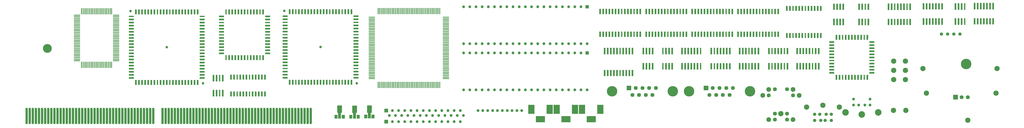
<source format=gbr>
%FSLAX34Y34*%
%MOMM*%
%LNSOLDERMASK_TOP*%
G71*
G01*
%ADD10C,0.889*%
%ADD11R,0.350X2.540*%
%ADD12R,2.540X0.350*%
%ADD13R,0.635X2.033*%
%ADD14R,0.636X2.033*%
%ADD15R,0.634X2.033*%
%ADD16R,2.033X0.635*%
%ADD17R,2.033X0.636*%
%ADD18C,1.036*%
%ADD19R,2.032X0.635*%
%ADD20R,2.032X0.636*%
%ADD21R,2.032X0.634*%
%ADD22R,2.033X0.634*%
%ADD23R,0.635X2.031*%
%ADD24R,0.634X2.031*%
%ADD25R,0.636X2.031*%
%ADD26C,1.038*%
%ADD27R,2.031X0.635*%
%ADD28R,2.031X0.634*%
%ADD29R,2.031X0.636*%
%ADD30C,1.037*%
%ADD31R,0.350X2.550*%
%ADD32R,2.550X0.350*%
%ADD33R,0.635X2.032*%
%ADD34R,0.636X2.032*%
%ADD35R,0.634X2.032*%
%ADD36R,0.636X2.666*%
%ADD37R,0.634X2.666*%
%ADD38R,0.635X2.666*%
%ADD39R,0.634X2.668*%
%ADD40R,0.635X2.668*%
%ADD41R,0.636X2.668*%
%ADD42R,0.635X2.667*%
%ADD43R,0.634X2.667*%
%ADD44R,0.636X2.667*%
%ADD45R,0.636X2.286*%
%ADD46R,0.635X2.286*%
%ADD47R,0.634X2.286*%
%ADD48R,0.638X2.666*%
%ADD49R,0.638X2.668*%
%ADD50R,0.636X2.288*%
%ADD51R,0.635X2.288*%
%ADD52R,0.634X2.288*%
%ADD53R,0.635X2.287*%
%ADD54R,0.634X2.287*%
%ADD55R,0.636X2.287*%
%ADD56C,1.620*%
%ADD57C,1.170*%
%ADD58C,1.619*%
%ADD59C,4.319*%
%ADD60C,1.621*%
%ADD61C,2.158*%
%ADD62C,2.160*%
%ADD63C,2.159*%
%ADD64C,1.167*%
%ADD65C,1.166*%
%ADD66C,2.698*%
%ADD67C,2.700*%
%ADD68C,1.943*%
%ADD69C,1.339*%
%ADD70C,4.319*%
%ADD71C,2.160*%
%ADD72C,2.159*%
%ADD73C,1.338*%
%ADD74C,1.340*%
%ADD75C,3.650*%
%ADD76C,2.160*%
%ADD77R,1.271X1.524*%
%ADD78R,1.270X1.524*%
%ADD79R,1.269X1.524*%
%ADD80R,2.540X3.812*%
%ADD81R,3.812X2.540*%
%ADD82R,1.269X1.526*%
%ADD83R,1.271X1.525*%
%ADD84R,1.269X1.525*%
%ADD85R,1.271X1.526*%
%LPD*%
G54D10*
X1189494Y-524547D02*
X1189494Y-581707D01*
G36*
X1193940Y-524547D02*
X1185048Y-524547D01*
X1185048Y-520102D01*
X1193940Y-520102D01*
X1193940Y-524547D01*
G37*
G36*
X1185048Y-581707D02*
X1193940Y-581707D01*
X1193940Y-586152D01*
X1185048Y-586152D01*
X1185048Y-581707D01*
G37*
G54D10*
X1176794Y-524547D02*
X1176794Y-581707D01*
G36*
X1181240Y-524547D02*
X1172348Y-524547D01*
X1172348Y-520102D01*
X1181240Y-520102D01*
X1181240Y-524547D01*
G37*
G36*
X1172348Y-581707D02*
X1181240Y-581707D01*
X1181240Y-586152D01*
X1172348Y-586152D01*
X1172348Y-581707D01*
G37*
G54D10*
X1164094Y-524547D02*
X1164094Y-581707D01*
G36*
X1168540Y-524547D02*
X1159648Y-524547D01*
X1159648Y-520102D01*
X1168540Y-520102D01*
X1168540Y-524547D01*
G37*
G36*
X1159648Y-581707D02*
X1168540Y-581707D01*
X1168540Y-586152D01*
X1159648Y-586152D01*
X1159648Y-581707D01*
G37*
G54D10*
X1151394Y-524547D02*
X1151394Y-581707D01*
G36*
X1155840Y-524547D02*
X1146948Y-524547D01*
X1146948Y-520102D01*
X1155840Y-520102D01*
X1155840Y-524547D01*
G37*
G36*
X1146948Y-581707D02*
X1155840Y-581707D01*
X1155840Y-586152D01*
X1146948Y-586152D01*
X1146948Y-581707D01*
G37*
G54D10*
X1138694Y-524547D02*
X1138694Y-581707D01*
G36*
X1143140Y-524547D02*
X1134248Y-524547D01*
X1134248Y-520101D01*
X1143140Y-520101D01*
X1143140Y-524547D01*
G37*
G36*
X1134248Y-581707D02*
X1143140Y-581707D01*
X1143140Y-586152D01*
X1134248Y-586152D01*
X1134248Y-581707D01*
G37*
G54D10*
X1125994Y-524547D02*
X1125994Y-581707D01*
G36*
X1130440Y-524547D02*
X1121548Y-524547D01*
X1121548Y-520101D01*
X1130440Y-520101D01*
X1130440Y-524547D01*
G37*
G36*
X1121548Y-581707D02*
X1130440Y-581707D01*
X1130440Y-586152D01*
X1121548Y-586152D01*
X1121548Y-581707D01*
G37*
G54D10*
X1113294Y-524547D02*
X1113294Y-581707D01*
G36*
X1117740Y-524547D02*
X1108848Y-524547D01*
X1108848Y-520101D01*
X1117740Y-520101D01*
X1117740Y-524547D01*
G37*
G36*
X1108848Y-581707D02*
X1117740Y-581707D01*
X1117740Y-586152D01*
X1108848Y-586152D01*
X1108848Y-581707D01*
G37*
G54D10*
X1100594Y-524547D02*
X1100594Y-581707D01*
G36*
X1105040Y-524547D02*
X1096148Y-524547D01*
X1096148Y-520101D01*
X1105040Y-520101D01*
X1105040Y-524547D01*
G37*
G36*
X1096148Y-581707D02*
X1105040Y-581707D01*
X1105040Y-586152D01*
X1096148Y-586152D01*
X1096148Y-581707D01*
G37*
G54D10*
X1087894Y-524547D02*
X1087894Y-581707D01*
G36*
X1092340Y-524547D02*
X1083448Y-524547D01*
X1083448Y-520101D01*
X1092340Y-520101D01*
X1092340Y-524547D01*
G37*
G36*
X1083448Y-581707D02*
X1092340Y-581707D01*
X1092340Y-586152D01*
X1083448Y-586152D01*
X1083448Y-581707D01*
G37*
G54D10*
X1075194Y-524547D02*
X1075194Y-581707D01*
G36*
X1079640Y-524547D02*
X1070748Y-524547D01*
X1070748Y-520101D01*
X1079640Y-520101D01*
X1079640Y-524547D01*
G37*
G36*
X1070748Y-581707D02*
X1079640Y-581707D01*
X1079640Y-586152D01*
X1070748Y-586152D01*
X1070748Y-581707D01*
G37*
G54D10*
X1062494Y-524547D02*
X1062494Y-581707D01*
G36*
X1066940Y-524547D02*
X1058048Y-524547D01*
X1058048Y-520101D01*
X1066940Y-520101D01*
X1066940Y-524547D01*
G37*
G36*
X1058048Y-581707D02*
X1066940Y-581707D01*
X1066940Y-586152D01*
X1058048Y-586152D01*
X1058048Y-581707D01*
G37*
G54D10*
X1049794Y-524547D02*
X1049794Y-581707D01*
G36*
X1054240Y-524547D02*
X1045348Y-524547D01*
X1045348Y-520101D01*
X1054240Y-520101D01*
X1054240Y-524547D01*
G37*
G36*
X1045348Y-581707D02*
X1054240Y-581707D01*
X1054240Y-586152D01*
X1045348Y-586152D01*
X1045348Y-581707D01*
G37*
G54D10*
X1037094Y-524547D02*
X1037094Y-581707D01*
G36*
X1041540Y-524547D02*
X1032648Y-524547D01*
X1032648Y-520101D01*
X1041540Y-520101D01*
X1041540Y-524547D01*
G37*
G36*
X1032648Y-581707D02*
X1041540Y-581707D01*
X1041540Y-586152D01*
X1032648Y-586152D01*
X1032648Y-581707D01*
G37*
G54D10*
X1024394Y-524547D02*
X1024394Y-581707D01*
G36*
X1028840Y-524547D02*
X1019948Y-524547D01*
X1019948Y-520101D01*
X1028840Y-520101D01*
X1028840Y-524547D01*
G37*
G36*
X1019948Y-581707D02*
X1028840Y-581707D01*
X1028840Y-586152D01*
X1019948Y-586152D01*
X1019948Y-581707D01*
G37*
G54D10*
X1011694Y-524547D02*
X1011694Y-581707D01*
G36*
X1016140Y-524547D02*
X1007248Y-524547D01*
X1007248Y-520101D01*
X1016140Y-520101D01*
X1016140Y-524547D01*
G37*
G36*
X1007248Y-581707D02*
X1016140Y-581707D01*
X1016140Y-586152D01*
X1007248Y-586152D01*
X1007248Y-581707D01*
G37*
G54D10*
X998994Y-524547D02*
X998994Y-581707D01*
G36*
X1003440Y-524547D02*
X994548Y-524547D01*
X994548Y-520101D01*
X1003440Y-520101D01*
X1003440Y-524547D01*
G37*
G36*
X994548Y-581707D02*
X1003440Y-581707D01*
X1003440Y-586152D01*
X994548Y-586152D01*
X994548Y-581707D01*
G37*
G54D10*
X986294Y-524547D02*
X986294Y-581707D01*
G36*
X990740Y-524547D02*
X981848Y-524547D01*
X981848Y-520101D01*
X990740Y-520101D01*
X990740Y-524547D01*
G37*
G36*
X981848Y-581707D02*
X990740Y-581707D01*
X990740Y-586152D01*
X981848Y-586152D01*
X981848Y-581707D01*
G37*
G54D10*
X973594Y-524547D02*
X973594Y-581707D01*
G36*
X978040Y-524547D02*
X969148Y-524547D01*
X969148Y-520102D01*
X978040Y-520102D01*
X978040Y-524547D01*
G37*
G36*
X969148Y-581707D02*
X978040Y-581707D01*
X978040Y-586152D01*
X969148Y-586152D01*
X969148Y-581707D01*
G37*
G54D10*
X960894Y-524547D02*
X960894Y-581707D01*
G36*
X965340Y-524547D02*
X956448Y-524547D01*
X956448Y-520102D01*
X965340Y-520102D01*
X965340Y-524547D01*
G37*
G36*
X956448Y-581707D02*
X965340Y-581707D01*
X965340Y-586152D01*
X956448Y-586152D01*
X956448Y-581707D01*
G37*
G54D10*
X948194Y-524547D02*
X948194Y-581707D01*
G36*
X952640Y-524547D02*
X943748Y-524547D01*
X943748Y-520102D01*
X952640Y-520102D01*
X952640Y-524547D01*
G37*
G36*
X943748Y-581707D02*
X952640Y-581707D01*
X952640Y-586152D01*
X943748Y-586152D01*
X943748Y-581707D01*
G37*
G54D10*
X935494Y-524547D02*
X935494Y-581707D01*
G36*
X939940Y-524547D02*
X931048Y-524547D01*
X931048Y-520102D01*
X939940Y-520102D01*
X939940Y-524547D01*
G37*
G36*
X931048Y-581707D02*
X939940Y-581707D01*
X939940Y-586152D01*
X931048Y-586152D01*
X931048Y-581707D01*
G37*
G54D10*
X922794Y-524547D02*
X922794Y-581707D01*
G36*
X927240Y-524547D02*
X918348Y-524547D01*
X918348Y-520102D01*
X927240Y-520102D01*
X927240Y-524547D01*
G37*
G36*
X918348Y-581707D02*
X927240Y-581707D01*
X927240Y-586152D01*
X918348Y-586152D01*
X918348Y-581707D01*
G37*
G54D10*
X910094Y-524547D02*
X910094Y-581707D01*
G36*
X914540Y-524547D02*
X905648Y-524547D01*
X905648Y-520102D01*
X914540Y-520102D01*
X914540Y-524547D01*
G37*
G36*
X905648Y-581707D02*
X914540Y-581707D01*
X914540Y-586152D01*
X905648Y-586152D01*
X905648Y-581707D01*
G37*
G54D10*
X897394Y-524547D02*
X897394Y-581707D01*
G36*
X901840Y-524547D02*
X892948Y-524547D01*
X892948Y-520102D01*
X901840Y-520102D01*
X901840Y-524547D01*
G37*
G36*
X892948Y-581707D02*
X901840Y-581707D01*
X901840Y-586152D01*
X892948Y-586152D01*
X892948Y-581707D01*
G37*
G54D10*
X884694Y-524547D02*
X884694Y-581707D01*
G36*
X889140Y-524547D02*
X880248Y-524547D01*
X880248Y-520102D01*
X889140Y-520102D01*
X889140Y-524547D01*
G37*
G36*
X880248Y-581707D02*
X889140Y-581707D01*
X889140Y-586152D01*
X880248Y-586152D01*
X880248Y-581707D01*
G37*
G54D10*
X871994Y-524547D02*
X871994Y-581707D01*
G36*
X876440Y-524547D02*
X867548Y-524547D01*
X867548Y-520101D01*
X876440Y-520101D01*
X876440Y-524547D01*
G37*
G36*
X867548Y-581707D02*
X876440Y-581707D01*
X876440Y-586152D01*
X867548Y-586152D01*
X867548Y-581707D01*
G37*
G54D10*
X859294Y-524547D02*
X859294Y-581707D01*
G36*
X863740Y-524547D02*
X854848Y-524547D01*
X854848Y-520101D01*
X863740Y-520101D01*
X863740Y-524547D01*
G37*
G36*
X854848Y-581707D02*
X863740Y-581707D01*
X863740Y-586152D01*
X854848Y-586152D01*
X854848Y-581707D01*
G37*
G54D10*
X846594Y-524547D02*
X846594Y-581707D01*
G36*
X851040Y-524547D02*
X842148Y-524547D01*
X842148Y-520101D01*
X851040Y-520101D01*
X851040Y-524547D01*
G37*
G36*
X842148Y-581707D02*
X851040Y-581707D01*
X851040Y-586152D01*
X842148Y-586152D01*
X842148Y-581707D01*
G37*
G54D10*
X833894Y-524547D02*
X833894Y-581707D01*
G36*
X838340Y-524547D02*
X829448Y-524547D01*
X829448Y-520101D01*
X838340Y-520101D01*
X838340Y-524547D01*
G37*
G36*
X829448Y-581707D02*
X838340Y-581707D01*
X838340Y-586152D01*
X829448Y-586152D01*
X829448Y-581707D01*
G37*
G54D10*
X821194Y-524547D02*
X821194Y-581707D01*
G36*
X825640Y-524547D02*
X816748Y-524547D01*
X816748Y-520101D01*
X825640Y-520101D01*
X825640Y-524547D01*
G37*
G36*
X816748Y-581707D02*
X825640Y-581707D01*
X825640Y-586152D01*
X816748Y-586152D01*
X816748Y-581707D01*
G37*
G54D10*
X808494Y-524547D02*
X808494Y-581707D01*
G36*
X812940Y-524547D02*
X804048Y-524547D01*
X804048Y-520101D01*
X812940Y-520101D01*
X812940Y-524547D01*
G37*
G36*
X804048Y-581707D02*
X812940Y-581707D01*
X812940Y-586152D01*
X804048Y-586152D01*
X804048Y-581707D01*
G37*
G54D10*
X795794Y-524547D02*
X795794Y-581707D01*
G36*
X800240Y-524547D02*
X791348Y-524547D01*
X791348Y-520101D01*
X800240Y-520101D01*
X800240Y-524547D01*
G37*
G36*
X791348Y-581707D02*
X800240Y-581707D01*
X800240Y-586152D01*
X791348Y-586152D01*
X791348Y-581707D01*
G37*
G54D10*
X783094Y-524547D02*
X783094Y-581707D01*
G36*
X787540Y-524547D02*
X778648Y-524547D01*
X778648Y-520101D01*
X787540Y-520101D01*
X787540Y-524547D01*
G37*
G36*
X778648Y-581707D02*
X787540Y-581707D01*
X787540Y-586152D01*
X778648Y-586152D01*
X778648Y-581707D01*
G37*
G54D10*
X770394Y-524547D02*
X770394Y-581707D01*
G36*
X774840Y-524547D02*
X765948Y-524547D01*
X765948Y-520101D01*
X774840Y-520101D01*
X774840Y-524547D01*
G37*
G36*
X765948Y-581707D02*
X774840Y-581707D01*
X774840Y-586152D01*
X765948Y-586152D01*
X765948Y-581707D01*
G37*
G54D10*
X757694Y-524547D02*
X757694Y-581707D01*
G36*
X762140Y-524547D02*
X753248Y-524547D01*
X753248Y-520101D01*
X762140Y-520101D01*
X762140Y-524547D01*
G37*
G36*
X753248Y-581707D02*
X762140Y-581707D01*
X762140Y-586152D01*
X753248Y-586152D01*
X753248Y-581707D01*
G37*
G54D10*
X744994Y-524547D02*
X744994Y-581707D01*
G36*
X749440Y-524547D02*
X740548Y-524547D01*
X740548Y-520101D01*
X749440Y-520101D01*
X749440Y-524547D01*
G37*
G36*
X740548Y-581707D02*
X749440Y-581707D01*
X749440Y-586152D01*
X740548Y-586152D01*
X740548Y-581707D01*
G37*
G54D10*
X732294Y-524547D02*
X732294Y-581707D01*
G36*
X736740Y-524547D02*
X727848Y-524547D01*
X727848Y-520101D01*
X736740Y-520101D01*
X736740Y-524547D01*
G37*
G36*
X727848Y-581707D02*
X736740Y-581707D01*
X736740Y-586152D01*
X727848Y-586152D01*
X727848Y-581707D01*
G37*
G54D10*
X719594Y-524547D02*
X719594Y-581707D01*
G36*
X724040Y-524547D02*
X715148Y-524547D01*
X715148Y-520102D01*
X724040Y-520102D01*
X724040Y-524547D01*
G37*
G36*
X715148Y-581707D02*
X724040Y-581707D01*
X724040Y-586152D01*
X715148Y-586152D01*
X715148Y-581707D01*
G37*
G54D10*
X706894Y-524547D02*
X706894Y-581707D01*
G36*
X711340Y-524547D02*
X702448Y-524547D01*
X702448Y-520102D01*
X711340Y-520102D01*
X711340Y-524547D01*
G37*
G36*
X702448Y-581707D02*
X711340Y-581707D01*
X711340Y-586152D01*
X702448Y-586152D01*
X702448Y-581707D01*
G37*
G54D10*
X694194Y-524547D02*
X694194Y-581707D01*
G36*
X698640Y-524547D02*
X689748Y-524547D01*
X689748Y-520102D01*
X698640Y-520102D01*
X698640Y-524547D01*
G37*
G36*
X689748Y-581707D02*
X698640Y-581707D01*
X698640Y-586152D01*
X689748Y-586152D01*
X689748Y-581707D01*
G37*
G54D10*
X681494Y-524547D02*
X681494Y-581707D01*
G36*
X685940Y-524547D02*
X677048Y-524547D01*
X677048Y-520102D01*
X685940Y-520102D01*
X685940Y-524547D01*
G37*
G36*
X677048Y-581707D02*
X685940Y-581707D01*
X685940Y-586152D01*
X677048Y-586152D01*
X677048Y-581707D01*
G37*
G54D10*
X668794Y-524547D02*
X668794Y-581707D01*
G36*
X673240Y-524547D02*
X664348Y-524547D01*
X664348Y-520102D01*
X673240Y-520102D01*
X673240Y-524547D01*
G37*
G36*
X664348Y-581707D02*
X673240Y-581707D01*
X673240Y-586152D01*
X664348Y-586152D01*
X664348Y-581707D01*
G37*
G54D10*
X656094Y-524547D02*
X656094Y-581707D01*
G36*
X660540Y-524547D02*
X651648Y-524547D01*
X651648Y-520102D01*
X660540Y-520102D01*
X660540Y-524547D01*
G37*
G36*
X651648Y-581707D02*
X660540Y-581707D01*
X660540Y-586152D01*
X651648Y-586152D01*
X651648Y-581707D01*
G37*
G54D10*
X643394Y-524547D02*
X643394Y-581707D01*
G36*
X647840Y-524547D02*
X638948Y-524547D01*
X638948Y-520102D01*
X647840Y-520102D01*
X647840Y-524547D01*
G37*
G36*
X638948Y-581707D02*
X647840Y-581707D01*
X647840Y-586152D01*
X638948Y-586152D01*
X638948Y-581707D01*
G37*
G54D10*
X630694Y-524547D02*
X630694Y-581707D01*
G36*
X635140Y-524547D02*
X626248Y-524547D01*
X626248Y-520102D01*
X635140Y-520102D01*
X635140Y-524547D01*
G37*
G36*
X626248Y-581707D02*
X635140Y-581707D01*
X635140Y-586152D01*
X626248Y-586152D01*
X626248Y-581707D01*
G37*
G54D10*
X617994Y-524547D02*
X617994Y-581707D01*
G36*
X622440Y-524547D02*
X613548Y-524547D01*
X613548Y-520102D01*
X622440Y-520102D01*
X622440Y-524547D01*
G37*
G36*
X613548Y-581707D02*
X622440Y-581707D01*
X622440Y-586152D01*
X613548Y-586152D01*
X613548Y-581707D01*
G37*
G54D10*
X605294Y-524547D02*
X605294Y-581707D01*
G36*
X609740Y-524547D02*
X600848Y-524547D01*
X600848Y-520102D01*
X609740Y-520102D01*
X609740Y-524547D01*
G37*
G36*
X600848Y-581707D02*
X609740Y-581707D01*
X609740Y-586152D01*
X600848Y-586152D01*
X600848Y-581707D01*
G37*
G54D10*
X592594Y-524547D02*
X592594Y-581707D01*
G36*
X597040Y-524547D02*
X588148Y-524547D01*
X588148Y-520102D01*
X597040Y-520102D01*
X597040Y-524547D01*
G37*
G36*
X588148Y-581707D02*
X597040Y-581707D01*
X597040Y-586152D01*
X588148Y-586152D01*
X588148Y-581707D01*
G37*
G54D10*
X579894Y-524547D02*
X579894Y-581707D01*
G36*
X584340Y-524547D02*
X575448Y-524547D01*
X575448Y-520101D01*
X584340Y-520101D01*
X584340Y-524547D01*
G37*
G36*
X575448Y-581707D02*
X584340Y-581707D01*
X584340Y-586152D01*
X575448Y-586152D01*
X575448Y-581707D01*
G37*
G54D10*
X541794Y-524547D02*
X541794Y-581707D01*
G36*
X546240Y-524547D02*
X537348Y-524547D01*
X537348Y-520101D01*
X546240Y-520101D01*
X546240Y-524547D01*
G37*
G36*
X537348Y-581707D02*
X546240Y-581707D01*
X546240Y-586152D01*
X537348Y-586152D01*
X537348Y-581707D01*
G37*
G54D10*
X529094Y-524547D02*
X529094Y-581707D01*
G36*
X533540Y-524547D02*
X524648Y-524547D01*
X524648Y-520101D01*
X533540Y-520101D01*
X533540Y-524547D01*
G37*
G36*
X524648Y-581707D02*
X533540Y-581707D01*
X533540Y-586152D01*
X524648Y-586152D01*
X524648Y-581707D01*
G37*
G54D10*
X516394Y-524547D02*
X516394Y-581707D01*
G36*
X520840Y-524547D02*
X511948Y-524547D01*
X511948Y-520101D01*
X520840Y-520101D01*
X520840Y-524547D01*
G37*
G36*
X511948Y-581707D02*
X520840Y-581707D01*
X520840Y-586152D01*
X511948Y-586152D01*
X511948Y-581707D01*
G37*
G54D10*
X503694Y-524547D02*
X503694Y-581707D01*
G36*
X508140Y-524547D02*
X499248Y-524547D01*
X499248Y-520101D01*
X508140Y-520101D01*
X508140Y-524547D01*
G37*
G36*
X499248Y-581707D02*
X508140Y-581707D01*
X508140Y-586152D01*
X499248Y-586152D01*
X499248Y-581707D01*
G37*
G54D10*
X490994Y-524547D02*
X490994Y-581707D01*
G36*
X495440Y-524547D02*
X486549Y-524547D01*
X486549Y-520101D01*
X495440Y-520101D01*
X495440Y-524547D01*
G37*
G36*
X486548Y-581707D02*
X495440Y-581707D01*
X495439Y-586152D01*
X486548Y-586152D01*
X486548Y-581707D01*
G37*
G54D10*
X478294Y-524547D02*
X478294Y-581707D01*
G36*
X482740Y-524547D02*
X473849Y-524547D01*
X473849Y-520101D01*
X482740Y-520101D01*
X482740Y-524547D01*
G37*
G36*
X473848Y-581707D02*
X482740Y-581707D01*
X482739Y-586152D01*
X473848Y-586152D01*
X473848Y-581707D01*
G37*
G54D10*
X465594Y-524547D02*
X465594Y-581707D01*
G36*
X470040Y-524547D02*
X461148Y-524547D01*
X461148Y-520102D01*
X470040Y-520102D01*
X470040Y-524547D01*
G37*
G36*
X461148Y-581707D02*
X470040Y-581707D01*
X470040Y-586152D01*
X461148Y-586152D01*
X461148Y-581707D01*
G37*
G54D10*
X452894Y-524547D02*
X452894Y-581707D01*
G36*
X457340Y-524547D02*
X448448Y-524547D01*
X448448Y-520101D01*
X457340Y-520101D01*
X457340Y-524547D01*
G37*
G36*
X448448Y-581707D02*
X457340Y-581707D01*
X457340Y-586152D01*
X448448Y-586152D01*
X448448Y-581707D01*
G37*
G54D10*
X440194Y-524547D02*
X440194Y-581707D01*
G36*
X444640Y-524547D02*
X435748Y-524547D01*
X435748Y-520101D01*
X444640Y-520101D01*
X444640Y-524547D01*
G37*
G36*
X435748Y-581707D02*
X444640Y-581707D01*
X444640Y-586152D01*
X435748Y-586152D01*
X435748Y-581707D01*
G37*
G54D10*
X427494Y-524547D02*
X427494Y-581707D01*
G36*
X431940Y-524547D02*
X423048Y-524547D01*
X423048Y-520101D01*
X431939Y-520101D01*
X431940Y-524547D01*
G37*
G36*
X423049Y-581707D02*
X431940Y-581707D01*
X431940Y-586152D01*
X423049Y-586152D01*
X423049Y-581707D01*
G37*
G54D10*
X414794Y-524547D02*
X414794Y-581707D01*
G36*
X419240Y-524547D02*
X410348Y-524547D01*
X410348Y-520101D01*
X419239Y-520101D01*
X419240Y-524547D01*
G37*
G36*
X410349Y-581707D02*
X419240Y-581707D01*
X419240Y-586152D01*
X410349Y-586152D01*
X410349Y-581707D01*
G37*
G54D10*
X402094Y-524547D02*
X402094Y-581707D01*
G36*
X406540Y-524547D02*
X397648Y-524547D01*
X397648Y-520101D01*
X406540Y-520101D01*
X406540Y-524547D01*
G37*
G36*
X397648Y-581707D02*
X406540Y-581707D01*
X406540Y-586152D01*
X397648Y-586152D01*
X397648Y-581707D01*
G37*
G54D10*
X389394Y-524547D02*
X389394Y-581707D01*
G36*
X393840Y-524547D02*
X384948Y-524547D01*
X384948Y-520101D01*
X393840Y-520101D01*
X393840Y-524547D01*
G37*
G36*
X384948Y-581707D02*
X393840Y-581707D01*
X393840Y-586152D01*
X384948Y-586152D01*
X384948Y-581707D01*
G37*
G54D10*
X376694Y-524547D02*
X376694Y-581707D01*
G36*
X381140Y-524547D02*
X372248Y-524547D01*
X372248Y-520101D01*
X381140Y-520101D01*
X381140Y-524547D01*
G37*
G36*
X372248Y-581707D02*
X381140Y-581707D01*
X381140Y-586152D01*
X372248Y-586152D01*
X372248Y-581707D01*
G37*
G54D10*
X363994Y-524547D02*
X363994Y-581707D01*
G36*
X368440Y-524547D02*
X359549Y-524547D01*
X359549Y-520101D01*
X368440Y-520101D01*
X368440Y-524547D01*
G37*
G36*
X359549Y-581707D02*
X368440Y-581707D01*
X368440Y-586152D01*
X359549Y-586152D01*
X359549Y-581707D01*
G37*
G54D10*
X351294Y-524547D02*
X351294Y-581707D01*
G36*
X355740Y-524547D02*
X346848Y-524547D01*
X346848Y-520101D01*
X355740Y-520101D01*
X355740Y-524547D01*
G37*
G36*
X346848Y-581707D02*
X355740Y-581707D01*
X355740Y-586152D01*
X346848Y-586152D01*
X346848Y-581707D01*
G37*
G54D10*
X338594Y-524547D02*
X338594Y-581707D01*
G36*
X343040Y-524547D02*
X334148Y-524547D01*
X334148Y-520101D01*
X343040Y-520101D01*
X343040Y-524547D01*
G37*
G36*
X334148Y-581707D02*
X343040Y-581707D01*
X343040Y-586152D01*
X334148Y-586152D01*
X334148Y-581707D01*
G37*
G54D10*
X325894Y-524547D02*
X325894Y-581707D01*
G36*
X330340Y-524547D02*
X321448Y-524547D01*
X321448Y-520102D01*
X330340Y-520102D01*
X330340Y-524547D01*
G37*
G36*
X321448Y-581707D02*
X330340Y-581707D01*
X330340Y-586152D01*
X321448Y-586152D01*
X321448Y-581707D01*
G37*
G54D10*
X313194Y-524547D02*
X313194Y-581707D01*
G36*
X317640Y-524547D02*
X308748Y-524547D01*
X308748Y-520102D01*
X317640Y-520102D01*
X317640Y-524547D01*
G37*
G36*
X308748Y-581707D02*
X317640Y-581707D01*
X317640Y-586152D01*
X308748Y-586152D01*
X308748Y-581707D01*
G37*
G54D10*
X300494Y-524547D02*
X300494Y-581707D01*
G36*
X304940Y-524547D02*
X296048Y-524547D01*
X296048Y-520102D01*
X304940Y-520102D01*
X304940Y-524547D01*
G37*
G36*
X296048Y-581707D02*
X304940Y-581707D01*
X304940Y-586152D01*
X296048Y-586152D01*
X296048Y-581707D01*
G37*
G54D10*
X287794Y-524547D02*
X287794Y-581707D01*
G36*
X292240Y-524547D02*
X283348Y-524547D01*
X283348Y-520102D01*
X292240Y-520102D01*
X292240Y-524547D01*
G37*
G36*
X283348Y-581707D02*
X292240Y-581707D01*
X292240Y-586152D01*
X283348Y-586152D01*
X283348Y-581707D01*
G37*
G54D10*
X275094Y-524547D02*
X275094Y-581707D01*
G36*
X279540Y-524547D02*
X270648Y-524547D01*
X270648Y-520102D01*
X279540Y-520102D01*
X279540Y-524547D01*
G37*
G36*
X270648Y-581707D02*
X279540Y-581707D01*
X279540Y-586152D01*
X270648Y-586152D01*
X270648Y-581707D01*
G37*
G54D10*
X262394Y-524547D02*
X262394Y-581707D01*
G36*
X266840Y-524547D02*
X257948Y-524547D01*
X257948Y-520102D01*
X266840Y-520102D01*
X266840Y-524547D01*
G37*
G36*
X257948Y-581707D02*
X266840Y-581707D01*
X266840Y-586152D01*
X257948Y-586152D01*
X257948Y-581707D01*
G37*
G54D10*
X249694Y-524547D02*
X249694Y-581707D01*
G36*
X254140Y-524547D02*
X245248Y-524547D01*
X245248Y-520102D01*
X254140Y-520102D01*
X254140Y-524547D01*
G37*
G36*
X245248Y-581707D02*
X254140Y-581707D01*
X254140Y-586152D01*
X245248Y-586152D01*
X245248Y-581707D01*
G37*
G54D10*
X236994Y-524547D02*
X236994Y-581707D01*
G36*
X241440Y-524547D02*
X232548Y-524547D01*
X232548Y-520102D01*
X241440Y-520102D01*
X241440Y-524547D01*
G37*
G36*
X232548Y-581707D02*
X241440Y-581707D01*
X241440Y-586152D01*
X232548Y-586152D01*
X232548Y-581707D01*
G37*
G54D10*
X224294Y-524547D02*
X224294Y-581707D01*
G36*
X228740Y-524547D02*
X219848Y-524547D01*
X219848Y-520102D01*
X228740Y-520102D01*
X228740Y-524547D01*
G37*
G36*
X219848Y-581707D02*
X228740Y-581707D01*
X228740Y-586152D01*
X219848Y-586152D01*
X219848Y-581707D01*
G37*
G54D10*
X211594Y-524547D02*
X211594Y-581707D01*
G36*
X216040Y-524547D02*
X207148Y-524547D01*
X207148Y-520102D01*
X216040Y-520102D01*
X216040Y-524547D01*
G37*
G36*
X207148Y-581707D02*
X216040Y-581707D01*
X216040Y-586152D01*
X207148Y-586152D01*
X207148Y-581707D01*
G37*
G54D10*
X198894Y-524547D02*
X198894Y-581707D01*
G36*
X203340Y-524547D02*
X194448Y-524547D01*
X194448Y-520102D01*
X203340Y-520102D01*
X203340Y-524547D01*
G37*
G36*
X194448Y-581707D02*
X203340Y-581707D01*
X203340Y-586152D01*
X194448Y-586152D01*
X194448Y-581707D01*
G37*
G54D10*
X186194Y-524547D02*
X186194Y-581707D01*
G36*
X190640Y-524547D02*
X181748Y-524547D01*
X181748Y-520102D01*
X190640Y-520102D01*
X190640Y-524547D01*
G37*
G36*
X181748Y-581707D02*
X190640Y-581707D01*
X190640Y-586152D01*
X181748Y-586152D01*
X181748Y-581707D01*
G37*
G54D10*
X173494Y-524547D02*
X173494Y-581707D01*
G36*
X177940Y-524547D02*
X169048Y-524547D01*
X169048Y-520102D01*
X177940Y-520102D01*
X177940Y-524547D01*
G37*
G36*
X169048Y-581707D02*
X177940Y-581707D01*
X177940Y-586152D01*
X169048Y-586152D01*
X169048Y-581707D01*
G37*
G54D10*
X160794Y-524547D02*
X160794Y-581707D01*
G36*
X165240Y-524547D02*
X156348Y-524547D01*
X156348Y-520102D01*
X165240Y-520102D01*
X165240Y-524547D01*
G37*
G36*
X156348Y-581707D02*
X165240Y-581707D01*
X165240Y-586152D01*
X156348Y-586152D01*
X156348Y-581707D01*
G37*
G54D10*
X148094Y-524547D02*
X148094Y-581707D01*
G36*
X152540Y-524547D02*
X143648Y-524547D01*
X143648Y-520102D01*
X152540Y-520102D01*
X152540Y-524547D01*
G37*
G36*
X143648Y-581707D02*
X152540Y-581707D01*
X152540Y-586152D01*
X143648Y-586152D01*
X143648Y-581707D01*
G37*
G54D10*
X135394Y-524547D02*
X135394Y-581707D01*
G36*
X139840Y-524547D02*
X130948Y-524547D01*
X130948Y-520102D01*
X139840Y-520102D01*
X139840Y-524547D01*
G37*
G36*
X130948Y-581707D02*
X139840Y-581707D01*
X139840Y-586152D01*
X130948Y-586152D01*
X130948Y-581707D01*
G37*
G54D10*
X122694Y-524547D02*
X122694Y-581707D01*
G36*
X127140Y-524547D02*
X118248Y-524547D01*
X118248Y-520102D01*
X127140Y-520102D01*
X127140Y-524547D01*
G37*
G36*
X118248Y-581707D02*
X127140Y-581707D01*
X127140Y-586152D01*
X118248Y-586152D01*
X118248Y-581707D01*
G37*
G54D10*
X109994Y-524547D02*
X109994Y-581707D01*
G36*
X114440Y-524547D02*
X105548Y-524547D01*
X105548Y-520102D01*
X114440Y-520102D01*
X114440Y-524547D01*
G37*
G36*
X105548Y-581707D02*
X114440Y-581707D01*
X114440Y-586152D01*
X105548Y-586152D01*
X105548Y-581707D01*
G37*
G54D10*
X97294Y-524547D02*
X97294Y-581707D01*
G36*
X101740Y-524547D02*
X92848Y-524547D01*
X92848Y-520101D01*
X101740Y-520101D01*
X101740Y-524547D01*
G37*
G36*
X92848Y-581707D02*
X101740Y-581707D01*
X101740Y-586152D01*
X92848Y-586152D01*
X92848Y-581707D01*
G37*
G54D10*
X84594Y-524547D02*
X84594Y-581707D01*
G36*
X89040Y-524547D02*
X80148Y-524547D01*
X80148Y-520101D01*
X89040Y-520101D01*
X89040Y-524547D01*
G37*
G36*
X80148Y-581707D02*
X89040Y-581707D01*
X89040Y-586152D01*
X80148Y-586152D01*
X80148Y-581707D01*
G37*
G54D10*
X71894Y-524547D02*
X71894Y-581707D01*
G36*
X76340Y-524547D02*
X67448Y-524547D01*
X67448Y-520101D01*
X76340Y-520101D01*
X76340Y-524547D01*
G37*
G36*
X67448Y-581707D02*
X76340Y-581707D01*
X76340Y-586152D01*
X67448Y-586152D01*
X67448Y-581707D01*
G37*
G54D10*
X59194Y-524547D02*
X59194Y-581707D01*
G36*
X63640Y-524547D02*
X54748Y-524547D01*
X54748Y-520101D01*
X63640Y-520101D01*
X63640Y-524547D01*
G37*
G36*
X54748Y-581707D02*
X63640Y-581707D01*
X63640Y-586152D01*
X54748Y-586152D01*
X54748Y-581707D01*
G37*
G54D10*
X46494Y-524547D02*
X46494Y-581707D01*
G36*
X50940Y-524547D02*
X42048Y-524547D01*
X42048Y-520101D01*
X50940Y-520101D01*
X50940Y-524547D01*
G37*
G36*
X42048Y-581707D02*
X50940Y-581707D01*
X50940Y-586152D01*
X42048Y-586152D01*
X42048Y-581707D01*
G37*
X247593Y-342018D02*
G54D11*
D03*
X247593Y-121018D02*
G54D11*
D03*
X254093Y-342018D02*
G54D11*
D03*
X254093Y-121018D02*
G54D11*
D03*
X260593Y-342018D02*
G54D11*
D03*
X260593Y-121018D02*
G54D11*
D03*
X267093Y-342018D02*
G54D11*
D03*
X267093Y-121018D02*
G54D11*
D03*
X273593Y-342018D02*
G54D11*
D03*
X273593Y-121018D02*
G54D11*
D03*
X280093Y-342018D02*
G54D11*
D03*
X280093Y-121018D02*
G54D11*
D03*
X286593Y-342018D02*
G54D11*
D03*
X286593Y-121018D02*
G54D11*
D03*
X293093Y-342018D02*
G54D11*
D03*
X293093Y-121018D02*
G54D11*
D03*
X299593Y-342018D02*
G54D11*
D03*
X299593Y-121018D02*
G54D11*
D03*
X306093Y-342018D02*
G54D11*
D03*
X306093Y-121018D02*
G54D11*
D03*
X312593Y-342018D02*
G54D11*
D03*
X312593Y-121018D02*
G54D11*
D03*
X319093Y-342018D02*
G54D11*
D03*
X319093Y-121018D02*
G54D11*
D03*
X325593Y-342018D02*
G54D11*
D03*
X325593Y-121018D02*
G54D11*
D03*
X332093Y-342018D02*
G54D11*
D03*
X332093Y-121018D02*
G54D11*
D03*
X338593Y-342018D02*
G54D11*
D03*
X338593Y-121018D02*
G54D11*
D03*
X345093Y-342018D02*
G54D11*
D03*
X345093Y-121018D02*
G54D11*
D03*
X351593Y-342018D02*
G54D11*
D03*
X351593Y-121018D02*
G54D11*
D03*
X358093Y-342018D02*
G54D11*
D03*
X358093Y-121018D02*
G54D11*
D03*
X364593Y-342018D02*
G54D11*
D03*
X364593Y-121018D02*
G54D11*
D03*
X371093Y-342018D02*
G54D11*
D03*
X371093Y-121018D02*
G54D11*
D03*
X228843Y-325768D02*
G54D12*
D03*
X389843Y-325768D02*
G54D12*
D03*
X228843Y-319268D02*
G54D12*
D03*
X389843Y-319268D02*
G54D12*
D03*
X228843Y-312768D02*
G54D12*
D03*
X389843Y-312768D02*
G54D12*
D03*
X228843Y-306268D02*
G54D12*
D03*
X389843Y-306268D02*
G54D12*
D03*
X228843Y-299768D02*
G54D12*
D03*
X389843Y-299768D02*
G54D12*
D03*
X228843Y-293268D02*
G54D12*
D03*
X389843Y-293268D02*
G54D12*
D03*
X228843Y-286768D02*
G54D12*
D03*
X389843Y-286768D02*
G54D12*
D03*
X228843Y-280268D02*
G54D12*
D03*
X389843Y-280268D02*
G54D12*
D03*
X228843Y-273768D02*
G54D12*
D03*
X389843Y-273768D02*
G54D12*
D03*
X228843Y-267268D02*
G54D12*
D03*
X389843Y-267268D02*
G54D12*
D03*
X228843Y-260768D02*
G54D12*
D03*
X389843Y-260768D02*
G54D12*
D03*
X228843Y-254268D02*
G54D12*
D03*
X389843Y-254268D02*
G54D12*
D03*
X228843Y-247768D02*
G54D12*
D03*
X389843Y-247768D02*
G54D12*
D03*
X228843Y-241268D02*
G54D12*
D03*
X389843Y-241268D02*
G54D12*
D03*
X228843Y-234768D02*
G54D12*
D03*
X389843Y-234768D02*
G54D12*
D03*
X228843Y-228268D02*
G54D12*
D03*
X389843Y-228268D02*
G54D12*
D03*
X228843Y-221768D02*
G54D12*
D03*
X389843Y-221768D02*
G54D12*
D03*
X228843Y-215268D02*
G54D12*
D03*
X389843Y-215268D02*
G54D12*
D03*
X228843Y-208768D02*
G54D12*
D03*
X389843Y-208768D02*
G54D12*
D03*
X228843Y-202268D02*
G54D12*
D03*
X389843Y-202268D02*
G54D12*
D03*
X228843Y-195768D02*
G54D12*
D03*
X389843Y-195768D02*
G54D12*
D03*
X228843Y-189268D02*
G54D12*
D03*
X389843Y-189268D02*
G54D12*
D03*
X228843Y-182768D02*
G54D12*
D03*
X389843Y-182768D02*
G54D12*
D03*
X228843Y-176268D02*
G54D12*
D03*
X389843Y-176268D02*
G54D12*
D03*
X228843Y-169768D02*
G54D12*
D03*
X389843Y-169768D02*
G54D12*
D03*
X228843Y-163268D02*
G54D12*
D03*
X389843Y-163268D02*
G54D12*
D03*
X228843Y-156768D02*
G54D12*
D03*
X389843Y-156768D02*
G54D12*
D03*
X228843Y-150268D02*
G54D12*
D03*
X389843Y-150268D02*
G54D12*
D03*
X228843Y-143768D02*
G54D12*
D03*
X389843Y-143768D02*
G54D12*
D03*
X228843Y-137268D02*
G54D12*
D03*
X389843Y-137268D02*
G54D12*
D03*
X724728Y-415065D02*
G54D13*
D03*
X712024Y-415065D02*
G54D13*
D03*
X699330Y-415065D02*
G54D14*
D03*
X610414Y-415065D02*
G54D15*
D03*
X585010Y-415065D02*
G54D13*
D03*
X559604Y-123940D02*
G54D15*
D03*
X452152Y-269504D02*
G54D16*
D03*
X648524Y-415065D02*
G54D13*
D03*
X635816Y-415065D02*
G54D13*
D03*
X635816Y-123940D02*
G54D13*
D03*
X712024Y-123940D02*
G54D13*
D03*
X661214Y-415065D02*
G54D14*
D03*
X661214Y-123940D02*
G54D14*
D03*
X585010Y-123940D02*
G54D13*
D03*
X610414Y-123940D02*
G54D15*
D03*
X483392Y-415065D02*
G54D14*
D03*
X452152Y-256796D02*
G54D16*
D03*
X452152Y-244094D02*
G54D16*
D03*
X452152Y-231400D02*
G54D17*
D03*
X724728Y-123940D02*
G54D13*
D03*
X699330Y-123940D02*
G54D14*
D03*
X686624Y-123940D02*
G54D13*
D03*
X673920Y-415065D02*
G54D14*
D03*
X673920Y-123940D02*
G54D14*
D03*
X572304Y-415065D02*
G54D14*
D03*
X496098Y-415065D02*
G54D13*
D03*
X508804Y-415065D02*
G54D14*
D03*
X559604Y-415065D02*
G54D15*
D03*
X521497Y-123940D02*
G54D13*
D03*
X546907Y-415065D02*
G54D13*
D03*
X546907Y-123940D02*
G54D13*
D03*
X597714Y-415065D02*
G54D14*
D03*
X597709Y-269496D02*
G54D18*
D03*
X521497Y-415065D02*
G54D13*
D03*
X648524Y-123940D02*
G54D13*
D03*
X496098Y-123940D02*
G54D13*
D03*
X483392Y-123940D02*
G54D14*
D03*
X508804Y-123940D02*
G54D14*
D03*
X572304Y-123940D02*
G54D14*
D03*
X534200Y-123940D02*
G54D13*
D03*
X534200Y-415065D02*
G54D13*
D03*
X470688Y-415065D02*
G54D13*
D03*
X743276Y-333004D02*
G54D19*
D03*
X743276Y-345708D02*
G54D20*
D03*
X743276Y-358414D02*
G54D19*
D03*
X743276Y-371120D02*
G54D19*
D03*
X746963Y-418752D02*
G54D18*
D03*
X743276Y-396518D02*
G54D20*
D03*
X743276Y-383811D02*
G54D19*
D03*
X743276Y-320311D02*
G54D19*
D03*
X743276Y-307605D02*
G54D19*
D03*
X743276Y-294900D02*
G54D20*
D03*
X743276Y-282200D02*
G54D21*
D03*
X743276Y-269504D02*
G54D19*
D03*
X743276Y-256796D02*
G54D19*
D03*
X743276Y-244094D02*
G54D19*
D03*
X743276Y-231400D02*
G54D20*
D03*
X743276Y-218695D02*
G54D19*
D03*
X743276Y-205990D02*
G54D20*
D03*
X743276Y-193282D02*
G54D20*
D03*
X743276Y-180594D02*
G54D19*
D03*
X743276Y-142482D02*
G54D21*
D03*
X743276Y-155180D02*
G54D19*
D03*
X743276Y-167886D02*
G54D19*
D03*
X452152Y-205990D02*
G54D17*
D03*
X452152Y-218695D02*
G54D16*
D03*
X452152Y-345708D02*
G54D17*
D03*
X452152Y-358414D02*
G54D16*
D03*
X452152Y-371120D02*
G54D16*
D03*
X452152Y-383811D02*
G54D16*
D03*
X452152Y-396518D02*
G54D17*
D03*
X452152Y-320311D02*
G54D16*
D03*
X452152Y-333004D02*
G54D16*
D03*
X452152Y-282200D02*
G54D22*
D03*
X452152Y-294900D02*
G54D17*
D03*
X452152Y-307605D02*
G54D16*
D03*
X597714Y-123940D02*
G54D14*
D03*
X452152Y-180594D02*
G54D16*
D03*
X452152Y-193282D02*
G54D17*
D03*
X452152Y-167886D02*
G54D16*
D03*
X452152Y-155180D02*
G54D16*
D03*
X448466Y-120253D02*
G54D18*
D03*
X452152Y-142482D02*
G54D22*
D03*
X470688Y-123940D02*
G54D13*
D03*
X623110Y-415065D02*
G54D13*
D03*
X623110Y-123940D02*
G54D13*
D03*
X686624Y-415065D02*
G54D13*
D03*
X823088Y-294653D02*
G54D17*
D03*
X943242Y-313194D02*
G54D23*
D03*
X943242Y-123682D02*
G54D13*
D03*
X930540Y-313194D02*
G54D24*
D03*
X930540Y-123682D02*
G54D15*
D03*
X994048Y-313194D02*
G54D25*
D03*
X994048Y-123682D02*
G54D14*
D03*
X841630Y-313194D02*
G54D24*
D03*
X841630Y-123682D02*
G54D15*
D03*
X823089Y-154933D02*
G54D16*
D03*
X823089Y-167633D02*
G54D22*
D03*
X823088Y-142229D02*
G54D16*
D03*
X823089Y-231139D02*
G54D16*
D03*
X854330Y-123682D02*
G54D14*
D03*
X867034Y-123682D02*
G54D13*
D03*
X879742Y-123682D02*
G54D13*
D03*
X892433Y-123682D02*
G54D13*
D03*
X905138Y-123682D02*
G54D14*
D03*
X917844Y-123682D02*
G54D13*
D03*
X955945Y-313194D02*
G54D23*
D03*
X955945Y-123682D02*
G54D13*
D03*
X968652Y-123682D02*
G54D13*
D03*
X981351Y-123682D02*
G54D15*
D03*
X892433Y-313194D02*
G54D23*
D03*
X905138Y-313194D02*
G54D25*
D03*
X917844Y-313194D02*
G54D23*
D03*
X854330Y-313194D02*
G54D25*
D03*
X867034Y-313194D02*
G54D23*
D03*
X879742Y-313194D02*
G54D23*
D03*
X981351Y-313194D02*
G54D24*
D03*
X968652Y-313194D02*
G54D23*
D03*
X1012596Y-294653D02*
G54D20*
D03*
X1012596Y-193035D02*
G54D20*
D03*
X1012596Y-205743D02*
G54D20*
D03*
X1012596Y-218440D02*
G54D21*
D03*
X1012596Y-231139D02*
G54D19*
D03*
X1012596Y-243847D02*
G54D19*
D03*
X1012596Y-256549D02*
G54D19*
D03*
X1012596Y-269243D02*
G54D20*
D03*
X1012596Y-281948D02*
G54D19*
D03*
X1012596Y-180331D02*
G54D19*
D03*
X1012596Y-167633D02*
G54D21*
D03*
X1012596Y-154933D02*
G54D19*
D03*
X1012596Y-142229D02*
G54D19*
D03*
X823088Y-281948D02*
G54D16*
D03*
X823088Y-269243D02*
G54D17*
D03*
X823089Y-256549D02*
G54D16*
D03*
X823088Y-243847D02*
G54D16*
D03*
X823089Y-218440D02*
G54D22*
D03*
X823089Y-205743D02*
G54D17*
D03*
X823088Y-193035D02*
G54D17*
D03*
X823089Y-180331D02*
G54D16*
D03*
X1084766Y-256405D02*
G54D17*
D03*
X1103314Y-123534D02*
G54D13*
D03*
X1116020Y-123534D02*
G54D13*
D03*
X1081088Y-119856D02*
G54D26*
D03*
X1084766Y-180185D02*
G54D16*
D03*
X1141418Y-123534D02*
G54D14*
D03*
X1154124Y-123534D02*
G54D13*
D03*
X1084766Y-218295D02*
G54D22*
D03*
X1084766Y-230995D02*
G54D17*
D03*
X1243034Y-123534D02*
G54D13*
D03*
X1306550Y-414667D02*
G54D23*
D03*
X1357358Y-123534D02*
G54D14*
D03*
X1319247Y-414667D02*
G54D24*
D03*
X1331947Y-414667D02*
G54D25*
D03*
X1255740Y-123534D02*
G54D13*
D03*
X1268438Y-123534D02*
G54D15*
D03*
X1281138Y-123534D02*
G54D14*
D03*
X1255740Y-414667D02*
G54D23*
D03*
X1268438Y-414667D02*
G54D24*
D03*
X1281138Y-414667D02*
G54D25*
D03*
X1375900Y-180185D02*
G54D27*
D03*
X1375900Y-167488D02*
G54D28*
D03*
X1375900Y-154788D02*
G54D29*
D03*
X1375900Y-142084D02*
G54D27*
D03*
X1375900Y-218295D02*
G54D28*
D03*
X1375900Y-205598D02*
G54D27*
D03*
X1375900Y-192892D02*
G54D27*
D03*
X1357358Y-414667D02*
G54D25*
D03*
X1379579Y-418344D02*
G54D18*
D03*
X1179521Y-414667D02*
G54D23*
D03*
X1192226Y-414667D02*
G54D23*
D03*
X1084766Y-370713D02*
G54D17*
D03*
X1084766Y-358016D02*
G54D22*
D03*
X1084766Y-345317D02*
G54D16*
D03*
X1217638Y-414667D02*
G54D25*
D03*
X1230328Y-414667D02*
G54D25*
D03*
X1243034Y-414667D02*
G54D23*
D03*
X1141418Y-414667D02*
G54D25*
D03*
X1154124Y-414667D02*
G54D23*
D03*
X1128720Y-414667D02*
G54D24*
D03*
X1179521Y-123534D02*
G54D13*
D03*
X1192226Y-123534D02*
G54D13*
D03*
X1319247Y-123534D02*
G54D15*
D03*
X1331947Y-123534D02*
G54D14*
D03*
X1293842Y-123534D02*
G54D13*
D03*
X1293842Y-414667D02*
G54D23*
D03*
X1344652Y-123534D02*
G54D13*
D03*
X1166828Y-123534D02*
G54D14*
D03*
X1166828Y-414667D02*
G54D25*
D03*
X1084766Y-383419D02*
G54D16*
D03*
X1084766Y-269098D02*
G54D16*
D03*
X1230337Y-269104D02*
G54D30*
D03*
X1217638Y-123534D02*
G54D14*
D03*
X1230328Y-123534D02*
G54D14*
D03*
X1306550Y-123534D02*
G54D13*
D03*
X1204932Y-414667D02*
G54D23*
D03*
X1084766Y-307213D02*
G54D17*
D03*
X1084766Y-319905D02*
G54D17*
D03*
X1084766Y-281802D02*
G54D16*
D03*
X1084766Y-294509D02*
G54D16*
D03*
X1128720Y-123534D02*
G54D15*
D03*
X1344652Y-414667D02*
G54D23*
D03*
X1204932Y-123534D02*
G54D13*
D03*
X1375900Y-358016D02*
G54D28*
D03*
X1375900Y-396123D02*
G54D29*
D03*
X1375900Y-383419D02*
G54D27*
D03*
X1375900Y-370713D02*
G54D29*
D03*
X1084766Y-396123D02*
G54D17*
D03*
X1103314Y-414667D02*
G54D23*
D03*
X1116020Y-414667D02*
G54D23*
D03*
X1084766Y-205598D02*
G54D16*
D03*
X1375900Y-256405D02*
G54D29*
D03*
X1375900Y-269098D02*
G54D27*
D03*
X1375900Y-230995D02*
G54D29*
D03*
X1375900Y-243699D02*
G54D27*
D03*
X1375900Y-332611D02*
G54D27*
D03*
X1375900Y-319905D02*
G54D29*
D03*
X1375900Y-345317D02*
G54D27*
D03*
X1375900Y-307213D02*
G54D29*
D03*
X1375900Y-281802D02*
G54D27*
D03*
X1375900Y-294509D02*
G54D27*
D03*
X1084766Y-142084D02*
G54D16*
D03*
X1084766Y-167488D02*
G54D22*
D03*
X1084766Y-154788D02*
G54D17*
D03*
X1084766Y-243699D02*
G54D16*
D03*
X1084766Y-332611D02*
G54D16*
D03*
X1084766Y-192892D02*
G54D16*
D03*
X1466850Y-425253D02*
G54D31*
D03*
X1466850Y-120253D02*
G54D31*
D03*
X1473350Y-425253D02*
G54D31*
D03*
X1473350Y-120253D02*
G54D31*
D03*
X1479850Y-425253D02*
G54D31*
D03*
X1479850Y-120253D02*
G54D31*
D03*
X1486350Y-425253D02*
G54D31*
D03*
X1486350Y-120253D02*
G54D31*
D03*
X1492850Y-425253D02*
G54D31*
D03*
X1492850Y-120253D02*
G54D31*
D03*
X1499350Y-425253D02*
G54D31*
D03*
X1499350Y-120253D02*
G54D31*
D03*
X1505850Y-425253D02*
G54D31*
D03*
X1505850Y-120253D02*
G54D31*
D03*
X1512350Y-425253D02*
G54D31*
D03*
X1512350Y-120253D02*
G54D31*
D03*
X1518850Y-425253D02*
G54D31*
D03*
X1518850Y-120253D02*
G54D31*
D03*
X1525350Y-425253D02*
G54D31*
D03*
X1525350Y-120253D02*
G54D31*
D03*
X1531850Y-425253D02*
G54D31*
D03*
X1531850Y-120253D02*
G54D31*
D03*
X1538350Y-425253D02*
G54D31*
D03*
X1538350Y-120253D02*
G54D31*
D03*
X1544850Y-425253D02*
G54D31*
D03*
X1544850Y-120253D02*
G54D31*
D03*
X1551350Y-425253D02*
G54D31*
D03*
X1551350Y-120253D02*
G54D31*
D03*
X1557850Y-425253D02*
G54D31*
D03*
X1557850Y-120253D02*
G54D31*
D03*
X1564350Y-425253D02*
G54D31*
D03*
X1564350Y-120253D02*
G54D31*
D03*
X1570850Y-425253D02*
G54D31*
D03*
X1570850Y-120253D02*
G54D31*
D03*
X1577350Y-425253D02*
G54D31*
D03*
X1577350Y-120253D02*
G54D31*
D03*
X1583850Y-425253D02*
G54D31*
D03*
X1583850Y-120253D02*
G54D31*
D03*
X1590350Y-425253D02*
G54D31*
D03*
X1590350Y-120253D02*
G54D31*
D03*
X1596850Y-425253D02*
G54D31*
D03*
X1596850Y-120253D02*
G54D31*
D03*
X1603350Y-425253D02*
G54D31*
D03*
X1603350Y-120253D02*
G54D31*
D03*
X1609850Y-425253D02*
G54D31*
D03*
X1609850Y-120253D02*
G54D31*
D03*
X1616350Y-425253D02*
G54D31*
D03*
X1616350Y-120253D02*
G54D31*
D03*
X1622850Y-425253D02*
G54D31*
D03*
X1622850Y-120253D02*
G54D31*
D03*
X1629350Y-425253D02*
G54D31*
D03*
X1629350Y-120253D02*
G54D31*
D03*
X1635850Y-425253D02*
G54D31*
D03*
X1635850Y-120253D02*
G54D31*
D03*
X1642350Y-425253D02*
G54D31*
D03*
X1642350Y-120253D02*
G54D31*
D03*
X1648850Y-425253D02*
G54D31*
D03*
X1648850Y-120253D02*
G54D31*
D03*
X1655350Y-425253D02*
G54D31*
D03*
X1655350Y-120253D02*
G54D31*
D03*
X1661850Y-425253D02*
G54D31*
D03*
X1661850Y-120253D02*
G54D31*
D03*
X1668350Y-425253D02*
G54D31*
D03*
X1668350Y-120253D02*
G54D31*
D03*
X1674850Y-425253D02*
G54D31*
D03*
X1674850Y-120253D02*
G54D31*
D03*
X1681350Y-425253D02*
G54D31*
D03*
X1681350Y-120253D02*
G54D31*
D03*
X1687850Y-425253D02*
G54D31*
D03*
X1687850Y-120253D02*
G54D31*
D03*
X1694350Y-425253D02*
G54D31*
D03*
X1694350Y-120253D02*
G54D31*
D03*
X1700850Y-425253D02*
G54D31*
D03*
X1700850Y-120253D02*
G54D31*
D03*
X1707350Y-425253D02*
G54D31*
D03*
X1707350Y-120253D02*
G54D31*
D03*
X1713850Y-425253D02*
G54D31*
D03*
X1713850Y-120253D02*
G54D31*
D03*
X1720350Y-425253D02*
G54D31*
D03*
X1720350Y-120253D02*
G54D31*
D03*
X1441100Y-399503D02*
G54D32*
D03*
X1746105Y-399503D02*
G54D32*
D03*
X1441100Y-393003D02*
G54D32*
D03*
X1746104Y-393003D02*
G54D32*
D03*
X1441100Y-386503D02*
G54D32*
D03*
X1746104Y-386503D02*
G54D32*
D03*
X1441100Y-380003D02*
G54D32*
D03*
X1746104Y-380003D02*
G54D32*
D03*
X1441100Y-373503D02*
G54D32*
D03*
X1746105Y-373503D02*
G54D32*
D03*
X1441100Y-367003D02*
G54D32*
D03*
X1746105Y-367003D02*
G54D32*
D03*
X1441100Y-360503D02*
G54D32*
D03*
X1746105Y-360503D02*
G54D32*
D03*
X1441100Y-354003D02*
G54D32*
D03*
X1746105Y-354003D02*
G54D32*
D03*
X1441100Y-347503D02*
G54D32*
D03*
X1746105Y-347503D02*
G54D32*
D03*
X1441100Y-341003D02*
G54D32*
D03*
X1746105Y-341003D02*
G54D32*
D03*
X1441100Y-334503D02*
G54D32*
D03*
X1746104Y-334503D02*
G54D32*
D03*
X1441100Y-328003D02*
G54D32*
D03*
X1746104Y-328003D02*
G54D32*
D03*
X1441100Y-321503D02*
G54D32*
D03*
X1746104Y-321503D02*
G54D32*
D03*
X1441100Y-315003D02*
G54D32*
D03*
X1746104Y-315003D02*
G54D32*
D03*
X1441100Y-308503D02*
G54D32*
D03*
X1746104Y-308503D02*
G54D32*
D03*
X1441100Y-302003D02*
G54D32*
D03*
X1746104Y-302003D02*
G54D32*
D03*
X1441100Y-295503D02*
G54D32*
D03*
X1746105Y-295503D02*
G54D32*
D03*
X1441100Y-289003D02*
G54D32*
D03*
X1746105Y-289003D02*
G54D32*
D03*
X1441100Y-282503D02*
G54D32*
D03*
X1746104Y-282503D02*
G54D32*
D03*
X1441100Y-276003D02*
G54D32*
D03*
X1746105Y-276003D02*
G54D32*
D03*
X1441100Y-269503D02*
G54D32*
D03*
X1746105Y-269503D02*
G54D32*
D03*
X1441100Y-263003D02*
G54D32*
D03*
X1746104Y-263003D02*
G54D32*
D03*
X1441100Y-256503D02*
G54D32*
D03*
X1746104Y-256503D02*
G54D32*
D03*
X1441100Y-250003D02*
G54D32*
D03*
X1746105Y-250003D02*
G54D32*
D03*
X1441100Y-243503D02*
G54D32*
D03*
X1746105Y-243503D02*
G54D32*
D03*
X1441100Y-237003D02*
G54D32*
D03*
X1746104Y-237003D02*
G54D32*
D03*
X1441100Y-230503D02*
G54D32*
D03*
X1746104Y-230503D02*
G54D32*
D03*
X1441100Y-224003D02*
G54D32*
D03*
X1746105Y-224003D02*
G54D32*
D03*
X1441100Y-217503D02*
G54D32*
D03*
X1746105Y-217503D02*
G54D32*
D03*
X1441100Y-211003D02*
G54D32*
D03*
X1746105Y-211003D02*
G54D32*
D03*
X1441100Y-204503D02*
G54D32*
D03*
X1746104Y-204503D02*
G54D32*
D03*
X1441100Y-198003D02*
G54D32*
D03*
X1746104Y-198003D02*
G54D32*
D03*
X1441100Y-191503D02*
G54D32*
D03*
X1746104Y-191503D02*
G54D32*
D03*
X1441100Y-185003D02*
G54D32*
D03*
X1746105Y-185003D02*
G54D32*
D03*
X1441100Y-178503D02*
G54D32*
D03*
X1746105Y-178503D02*
G54D32*
D03*
X1441100Y-172003D02*
G54D32*
D03*
X1746104Y-172003D02*
G54D32*
D03*
X1441100Y-165503D02*
G54D32*
D03*
X1746104Y-165503D02*
G54D32*
D03*
X1441100Y-159003D02*
G54D32*
D03*
X1746104Y-159003D02*
G54D32*
D03*
X1441100Y-152503D02*
G54D32*
D03*
X1746105Y-152503D02*
G54D32*
D03*
X1441100Y-146003D02*
G54D32*
D03*
X1746105Y-146003D02*
G54D32*
D03*
X3351675Y-228997D02*
G54D33*
D03*
X3497747Y-273459D02*
G54D17*
D03*
X3497747Y-286149D02*
G54D16*
D03*
X3497747Y-260752D02*
G54D17*
D03*
X3497747Y-248048D02*
G54D16*
D03*
X3497747Y-336959D02*
G54D17*
D03*
X3497747Y-324259D02*
G54D22*
D03*
X3453289Y-394119D02*
G54D14*
D03*
X3332623Y-311563D02*
G54D27*
D03*
X3497747Y-311563D02*
G54D16*
D03*
X3332623Y-375063D02*
G54D27*
D03*
X3377079Y-394119D02*
G54D15*
D03*
X3364379Y-394119D02*
G54D14*
D03*
X3351675Y-394119D02*
G54D13*
D03*
X3332623Y-248048D02*
G54D27*
D03*
X3332623Y-260752D02*
G54D29*
D03*
X3478687Y-228997D02*
G54D33*
D03*
X3497747Y-349664D02*
G54D16*
D03*
X3332623Y-349664D02*
G54D27*
D03*
X3497747Y-362369D02*
G54D17*
D03*
X3332623Y-362369D02*
G54D29*
D03*
X3332623Y-336959D02*
G54D29*
D03*
X3332623Y-324259D02*
G54D28*
D03*
X3332623Y-273459D02*
G54D29*
D03*
X3332623Y-286149D02*
G54D27*
D03*
X3332623Y-298856D02*
G54D27*
D03*
X3497747Y-298856D02*
G54D16*
D03*
X3389777Y-394119D02*
G54D13*
D03*
X3402483Y-394119D02*
G54D13*
D03*
X3415187Y-394119D02*
G54D13*
D03*
X3440585Y-394119D02*
G54D13*
D03*
X3427879Y-394119D02*
G54D14*
D03*
X3465989Y-394119D02*
G54D15*
D03*
X3478687Y-394119D02*
G54D13*
D03*
X3497747Y-375063D02*
G54D16*
D03*
X3364379Y-228997D02*
G54D34*
D03*
X3377079Y-228997D02*
G54D35*
D03*
X3389777Y-228997D02*
G54D33*
D03*
X3402483Y-228997D02*
G54D33*
D03*
X3415187Y-228997D02*
G54D33*
D03*
X3465989Y-228997D02*
G54D35*
D03*
X3453289Y-228997D02*
G54D34*
D03*
X3440585Y-228997D02*
G54D33*
D03*
X3427879Y-228997D02*
G54D34*
D03*
X3654859Y-165136D02*
G54D36*
D03*
X3642159Y-165136D02*
G54D37*
D03*
X3629463Y-165136D02*
G54D38*
D03*
X3616756Y-165136D02*
G54D38*
D03*
X3604052Y-165136D02*
G54D38*
D03*
X3591352Y-165136D02*
G54D37*
D03*
X3578653Y-165136D02*
G54D38*
D03*
X3565950Y-165136D02*
G54D36*
D03*
X3591352Y-102898D02*
G54D39*
D03*
X3578653Y-102898D02*
G54D40*
D03*
X3565950Y-102898D02*
G54D41*
D03*
X3654859Y-102898D02*
G54D41*
D03*
X3642159Y-102898D02*
G54D39*
D03*
X3604052Y-102898D02*
G54D40*
D03*
X3616756Y-102898D02*
G54D40*
D03*
X3629463Y-102898D02*
G54D40*
D03*
X827886Y-459452D02*
G54D42*
D03*
X815185Y-459452D02*
G54D43*
D03*
X827886Y-397213D02*
G54D40*
D03*
X815185Y-397213D02*
G54D39*
D03*
X802486Y-459452D02*
G54D42*
D03*
X802486Y-397213D02*
G54D40*
D03*
X789782Y-397213D02*
G54D41*
D03*
X789782Y-459452D02*
G54D44*
D03*
X874966Y-462729D02*
G54D13*
D03*
X874966Y-393633D02*
G54D13*
D03*
X862260Y-393633D02*
G54D14*
D03*
X862260Y-462729D02*
G54D14*
D03*
X1001978Y-393633D02*
G54D14*
D03*
X989274Y-393633D02*
G54D13*
D03*
X963876Y-393633D02*
G54D13*
D03*
X976582Y-393633D02*
G54D13*
D03*
X887665Y-393633D02*
G54D15*
D03*
X887665Y-462729D02*
G54D15*
D03*
X900365Y-393633D02*
G54D13*
D03*
X1001978Y-462729D02*
G54D14*
D03*
X989274Y-462729D02*
G54D13*
D03*
X976582Y-462729D02*
G54D13*
D03*
X963876Y-462729D02*
G54D13*
D03*
X938470Y-462729D02*
G54D15*
D03*
X938470Y-393633D02*
G54D15*
D03*
X925774Y-462729D02*
G54D13*
D03*
X913068Y-462729D02*
G54D14*
D03*
X925774Y-393633D02*
G54D13*
D03*
X913068Y-393633D02*
G54D14*
D03*
X951172Y-393633D02*
G54D13*
D03*
X951172Y-462729D02*
G54D13*
D03*
X900365Y-462729D02*
G54D13*
D03*
X2379894Y-215994D02*
G54D45*
D03*
X2392601Y-215994D02*
G54D45*
D03*
X2405305Y-215994D02*
G54D46*
D03*
X2379894Y-121998D02*
G54D45*
D03*
X2392601Y-121998D02*
G54D45*
D03*
X2405305Y-121998D02*
G54D46*
D03*
X2418011Y-121998D02*
G54D45*
D03*
X2418011Y-215994D02*
G54D45*
D03*
X2430704Y-121998D02*
G54D46*
D03*
X2443407Y-121998D02*
G54D46*
D03*
X2456115Y-121998D02*
G54D46*
D03*
X2468811Y-121998D02*
G54D47*
D03*
X2481512Y-121998D02*
G54D45*
D03*
X2456115Y-215994D02*
G54D46*
D03*
X2468811Y-215994D02*
G54D47*
D03*
X2481512Y-215994D02*
G54D45*
D03*
X2494216Y-121998D02*
G54D46*
D03*
X2494216Y-215994D02*
G54D46*
D03*
X2506924Y-215994D02*
G54D46*
D03*
X2506924Y-121998D02*
G54D46*
D03*
X2519620Y-121998D02*
G54D47*
D03*
X2519620Y-215994D02*
G54D47*
D03*
X2532315Y-121998D02*
G54D45*
D03*
X2545017Y-121998D02*
G54D46*
D03*
X2532315Y-215994D02*
G54D45*
D03*
X2545017Y-215994D02*
G54D46*
D03*
X2443407Y-215994D02*
G54D46*
D03*
X2430704Y-215994D02*
G54D46*
D03*
X2741988Y-286044D02*
G54D44*
D03*
X2741988Y-348286D02*
G54D41*
D03*
X2754678Y-348286D02*
G54D41*
D03*
X2767384Y-348286D02*
G54D40*
D03*
X2780091Y-348286D02*
G54D40*
D03*
X2792788Y-348286D02*
G54D39*
D03*
X2716576Y-348286D02*
G54D40*
D03*
X2729282Y-348286D02*
G54D40*
D03*
X2729282Y-286044D02*
G54D42*
D03*
X2716576Y-286044D02*
G54D42*
D03*
X2754678Y-286044D02*
G54D44*
D03*
X2767384Y-286044D02*
G54D42*
D03*
X2780092Y-286044D02*
G54D42*
D03*
X2792788Y-286044D02*
G54D43*
D03*
X2676147Y-286049D02*
G54D41*
D03*
X2663441Y-286049D02*
G54D40*
D03*
X2650735Y-286049D02*
G54D40*
D03*
X2638036Y-286049D02*
G54D39*
D03*
X2638036Y-348295D02*
G54D39*
D03*
X2650735Y-348295D02*
G54D40*
D03*
X2663441Y-348295D02*
G54D40*
D03*
X2676147Y-348295D02*
G54D41*
D03*
X2595972Y-348290D02*
G54D42*
D03*
X2583282Y-286050D02*
G54D40*
D03*
X2570576Y-286050D02*
G54D41*
D03*
X2557872Y-286050D02*
G54D40*
D03*
X2583282Y-348290D02*
G54D42*
D03*
X2570576Y-348290D02*
G54D44*
D03*
X2557872Y-348290D02*
G54D42*
D03*
X2595972Y-286050D02*
G54D40*
D03*
X3722691Y-101325D02*
G54D38*
D03*
X3735391Y-101325D02*
G54D38*
D03*
X3748091Y-101325D02*
G54D38*
D03*
X3709991Y-101325D02*
G54D38*
D03*
X3709991Y-163564D02*
G54D40*
D03*
X3722691Y-163564D02*
G54D40*
D03*
X3735391Y-163564D02*
G54D40*
D03*
X3748091Y-163564D02*
G54D40*
D03*
X3760804Y-101325D02*
G54D48*
D03*
X3760804Y-163564D02*
G54D49*
D03*
X3773517Y-163564D02*
G54D40*
D03*
X3786191Y-163564D02*
G54D40*
D03*
X3773517Y-101325D02*
G54D38*
D03*
X3786191Y-101325D02*
G54D38*
D03*
X3879159Y-101718D02*
G54D43*
D03*
X3879159Y-163957D02*
G54D39*
D03*
X3866461Y-163957D02*
G54D40*
D03*
X3853755Y-163957D02*
G54D40*
D03*
X3841049Y-163957D02*
G54D41*
D03*
X3841049Y-101718D02*
G54D44*
D03*
X3853755Y-101718D02*
G54D42*
D03*
X3866461Y-101718D02*
G54D42*
D03*
X3341472Y-102889D02*
G54D36*
D03*
X3354178Y-102889D02*
G54D38*
D03*
X3366882Y-102889D02*
G54D36*
D03*
X3379576Y-102889D02*
G54D38*
D03*
X3379576Y-165128D02*
G54D40*
D03*
X3366882Y-165128D02*
G54D41*
D03*
X3354178Y-165128D02*
G54D40*
D03*
X3341472Y-165128D02*
G54D41*
D03*
X3112692Y-286040D02*
G54D38*
D03*
X3125398Y-286040D02*
G54D38*
D03*
X3138096Y-286040D02*
G54D37*
D03*
X3150796Y-286040D02*
G54D36*
D03*
X3074590Y-286040D02*
G54D38*
D03*
X3087288Y-286040D02*
G54D37*
D03*
X3099988Y-286040D02*
G54D38*
D03*
X3112692Y-348278D02*
G54D40*
D03*
X3125398Y-348278D02*
G54D40*
D03*
X3138096Y-348278D02*
G54D39*
D03*
X3150796Y-348278D02*
G54D41*
D03*
X3099988Y-348278D02*
G54D40*
D03*
X3087288Y-348278D02*
G54D39*
D03*
X3074590Y-348278D02*
G54D40*
D03*
X2954396Y-286049D02*
G54D41*
D03*
X2967102Y-286049D02*
G54D40*
D03*
X2979806Y-286049D02*
G54D41*
D03*
X2992506Y-286049D02*
G54D39*
D03*
X3005204Y-286049D02*
G54D40*
D03*
X3017910Y-286049D02*
G54D40*
D03*
X3030616Y-286049D02*
G54D40*
D03*
X3030616Y-348288D02*
G54D42*
D03*
X3017910Y-348288D02*
G54D42*
D03*
X3005204Y-348288D02*
G54D42*
D03*
X2992506Y-348288D02*
G54D43*
D03*
X2954396Y-348288D02*
G54D44*
D03*
X2967102Y-348288D02*
G54D42*
D03*
X2979806Y-348288D02*
G54D44*
D03*
X2398717Y-376235D02*
G54D36*
D03*
X2398717Y-286049D02*
G54D41*
D03*
X2436820Y-286049D02*
G54D40*
D03*
X2436820Y-376235D02*
G54D38*
D03*
X2424113Y-376235D02*
G54D38*
D03*
X2424113Y-286049D02*
G54D40*
D03*
X2411421Y-376235D02*
G54D38*
D03*
X2411421Y-286049D02*
G54D40*
D03*
X2449524Y-376235D02*
G54D38*
D03*
X2449524Y-286049D02*
G54D40*
D03*
X2513024Y-286049D02*
G54D40*
D03*
X2500331Y-286049D02*
G54D40*
D03*
X2487627Y-286049D02*
G54D41*
D03*
X2513024Y-376235D02*
G54D38*
D03*
X2500331Y-376235D02*
G54D38*
D03*
X2487627Y-376235D02*
G54D36*
D03*
X2474921Y-376235D02*
G54D38*
D03*
X2474921Y-286049D02*
G54D40*
D03*
X2462225Y-286049D02*
G54D39*
D03*
X2462225Y-376235D02*
G54D37*
D03*
X3279094Y-286040D02*
G54D38*
D03*
X3266388Y-286040D02*
G54D38*
D03*
X3253690Y-286040D02*
G54D37*
D03*
X3240991Y-286040D02*
G54D36*
D03*
X3228286Y-286040D02*
G54D38*
D03*
X3215580Y-286040D02*
G54D38*
D03*
X3202887Y-286040D02*
G54D38*
D03*
X3190182Y-286040D02*
G54D38*
D03*
X3253690Y-348279D02*
G54D39*
D03*
X3190182Y-348279D02*
G54D40*
D03*
X3202887Y-348279D02*
G54D40*
D03*
X3215580Y-348279D02*
G54D40*
D03*
X3228286Y-348279D02*
G54D40*
D03*
X3240991Y-348279D02*
G54D41*
D03*
X3266388Y-348279D02*
G54D40*
D03*
X3279094Y-348279D02*
G54D40*
D03*
X3933138Y-162755D02*
G54D36*
D03*
X3933138Y-100516D02*
G54D41*
D03*
X3945843Y-100516D02*
G54D40*
D03*
X3945843Y-162755D02*
G54D38*
D03*
X3920445Y-162755D02*
G54D36*
D03*
X3920445Y-100516D02*
G54D41*
D03*
X3958549Y-100516D02*
G54D40*
D03*
X3971255Y-100516D02*
G54D41*
D03*
X3971255Y-162755D02*
G54D36*
D03*
X3958549Y-162755D02*
G54D38*
D03*
X3996652Y-100516D02*
G54D40*
D03*
X3983945Y-100516D02*
G54D41*
D03*
X3983945Y-162755D02*
G54D36*
D03*
X3996652Y-162755D02*
G54D38*
D03*
X3444952Y-165127D02*
G54D41*
D03*
X3457660Y-165127D02*
G54D41*
D03*
X3470356Y-165127D02*
G54D39*
D03*
X3483056Y-165127D02*
G54D40*
D03*
X3483056Y-102888D02*
G54D38*
D03*
X3470356Y-102888D02*
G54D37*
D03*
X3457660Y-102888D02*
G54D36*
D03*
X3444952Y-102888D02*
G54D36*
D03*
X3287796Y-109200D02*
G54D33*
D03*
X3148076Y-109200D02*
G54D34*
D03*
X3160782Y-109200D02*
G54D33*
D03*
X3173480Y-109200D02*
G54D35*
D03*
X3198885Y-221492D02*
G54D23*
D03*
X3186180Y-221492D02*
G54D23*
D03*
X3173480Y-221492D02*
G54D24*
D03*
X3160782Y-221492D02*
G54D23*
D03*
X3148076Y-221492D02*
G54D25*
D03*
X3287796Y-221492D02*
G54D23*
D03*
X3275090Y-221492D02*
G54D23*
D03*
X3262398Y-221492D02*
G54D23*
D03*
X3249694Y-221492D02*
G54D25*
D03*
X3211590Y-221492D02*
G54D23*
D03*
X3224290Y-221492D02*
G54D24*
D03*
X3236986Y-221492D02*
G54D23*
D03*
X3186180Y-109200D02*
G54D33*
D03*
X3198885Y-109200D02*
G54D33*
D03*
X3211590Y-109200D02*
G54D33*
D03*
X3224290Y-109200D02*
G54D35*
D03*
X3236986Y-109200D02*
G54D33*
D03*
X3249694Y-109200D02*
G54D34*
D03*
X3275090Y-109200D02*
G54D33*
D03*
X3262398Y-109200D02*
G54D33*
D03*
G54D10*
X33794Y-524547D02*
X33794Y-581707D01*
G36*
X38240Y-524547D02*
X29348Y-524547D01*
X29348Y-520102D01*
X38240Y-520102D01*
X38240Y-524547D01*
G37*
G36*
X29348Y-581707D02*
X38240Y-581707D01*
X38240Y-586152D01*
X29348Y-586152D01*
X29348Y-581707D01*
G37*
G54D10*
X21094Y-524547D02*
X21094Y-581707D01*
G36*
X25540Y-524547D02*
X16648Y-524547D01*
X16648Y-520102D01*
X25540Y-520102D01*
X25540Y-524547D01*
G37*
G36*
X16648Y-581707D02*
X25540Y-581707D01*
X25540Y-586152D01*
X16648Y-586152D01*
X16648Y-581707D01*
G37*
X2607302Y-215988D02*
G54D50*
D03*
X2607302Y-121998D02*
G54D45*
D03*
X2734287Y-215988D02*
G54D51*
D03*
X2721585Y-215988D02*
G54D50*
D03*
X2708891Y-215988D02*
G54D52*
D03*
X2696196Y-215988D02*
G54D51*
D03*
X2683490Y-215988D02*
G54D51*
D03*
X2594596Y-215988D02*
G54D51*
D03*
X2632692Y-215988D02*
G54D51*
D03*
X2619994Y-215988D02*
G54D51*
D03*
X2632692Y-121998D02*
G54D46*
D03*
X2619994Y-121998D02*
G54D46*
D03*
X2594596Y-121998D02*
G54D46*
D03*
X2581892Y-121998D02*
G54D45*
D03*
X2569186Y-121998D02*
G54D45*
D03*
X2734287Y-121998D02*
G54D46*
D03*
X2721585Y-121998D02*
G54D45*
D03*
X2708891Y-121998D02*
G54D47*
D03*
X2696196Y-121998D02*
G54D46*
D03*
X2683490Y-121998D02*
G54D46*
D03*
X2581892Y-215988D02*
G54D50*
D03*
X2569186Y-215988D02*
G54D50*
D03*
X2670785Y-121998D02*
G54D45*
D03*
X2670785Y-215988D02*
G54D50*
D03*
X2658088Y-215988D02*
G54D52*
D03*
X2658088Y-121998D02*
G54D47*
D03*
X2645396Y-215988D02*
G54D51*
D03*
X2645396Y-121998D02*
G54D46*
D03*
X2872532Y-215994D02*
G54D53*
D03*
X2885239Y-215994D02*
G54D53*
D03*
X2897937Y-215994D02*
G54D54*
D03*
X2910635Y-215994D02*
G54D55*
D03*
X2923341Y-215994D02*
G54D53*
D03*
X2783634Y-121998D02*
G54D46*
D03*
X2809026Y-215994D02*
G54D53*
D03*
X2821725Y-215994D02*
G54D53*
D03*
X2847127Y-121998D02*
G54D47*
D03*
X2847127Y-215994D02*
G54D54*
D03*
X2859827Y-215994D02*
G54D55*
D03*
X2859827Y-121998D02*
G54D45*
D03*
X2834431Y-215994D02*
G54D53*
D03*
X2834431Y-121998D02*
G54D46*
D03*
X2923341Y-121998D02*
G54D46*
D03*
X2783634Y-215994D02*
G54D53*
D03*
X2758232Y-215994D02*
G54D55*
D03*
X2770934Y-215994D02*
G54D55*
D03*
X2796336Y-121998D02*
G54D45*
D03*
X2796336Y-215994D02*
G54D55*
D03*
X2770934Y-121998D02*
G54D45*
D03*
X2758232Y-121998D02*
G54D45*
D03*
X2821725Y-121998D02*
G54D46*
D03*
X2809026Y-121998D02*
G54D46*
D03*
X2885239Y-121998D02*
G54D46*
D03*
X2872532Y-121998D02*
G54D46*
D03*
X2910635Y-121998D02*
G54D45*
D03*
X2897937Y-121998D02*
G54D47*
D03*
X3011020Y-122004D02*
G54D53*
D03*
X2998318Y-122004D02*
G54D53*
D03*
X2972918Y-216000D02*
G54D46*
D03*
X3049124Y-216000D02*
G54D45*
D03*
X3036424Y-216000D02*
G54D47*
D03*
X3023728Y-216000D02*
G54D46*
D03*
X3112638Y-216000D02*
G54D46*
D03*
X3112638Y-122004D02*
G54D53*
D03*
X2985624Y-216000D02*
G54D45*
D03*
X2985624Y-122004D02*
G54D55*
D03*
X2972918Y-122004D02*
G54D53*
D03*
X2960214Y-122004D02*
G54D55*
D03*
X2947508Y-122004D02*
G54D55*
D03*
X2960214Y-216000D02*
G54D45*
D03*
X2947508Y-216000D02*
G54D45*
D03*
X3011020Y-216000D02*
G54D46*
D03*
X2998318Y-216000D02*
G54D46*
D03*
X3023728Y-122004D02*
G54D53*
D03*
X3036424Y-122004D02*
G54D54*
D03*
X3049124Y-122004D02*
G54D55*
D03*
X3074536Y-122004D02*
G54D53*
D03*
X3074536Y-216000D02*
G54D46*
D03*
X3061830Y-122004D02*
G54D53*
D03*
X3061830Y-216000D02*
G54D46*
D03*
X3099932Y-122004D02*
G54D55*
D03*
X3099932Y-216000D02*
G54D45*
D03*
X3087234Y-122004D02*
G54D54*
D03*
X3087234Y-216000D02*
G54D47*
D03*
X2837219Y-286050D02*
G54D40*
D03*
X2837219Y-348288D02*
G54D38*
D03*
X2849918Y-348288D02*
G54D37*
D03*
X2862617Y-348288D02*
G54D38*
D03*
X2875322Y-348288D02*
G54D38*
D03*
X2875322Y-286050D02*
G54D40*
D03*
X2862617Y-286050D02*
G54D40*
D03*
X2849918Y-286050D02*
G54D39*
D03*
X2888028Y-286050D02*
G54D40*
D03*
X2888028Y-348288D02*
G54D38*
D03*
X2913426Y-348288D02*
G54D36*
D03*
X2913426Y-286050D02*
G54D41*
D03*
X2900718Y-348288D02*
G54D38*
D03*
X2900718Y-286050D02*
G54D40*
D03*
G36*
X3832182Y-466367D02*
X3851182Y-466367D01*
X3851182Y-485367D01*
X3832182Y-485367D01*
X3832182Y-466367D01*
G37*
X3892482Y-475867D02*
G54D56*
D03*
X3867078Y-475867D02*
G54D56*
D03*
X1818334Y-102638D02*
G54D57*
D03*
X1843736Y-102626D02*
G54D57*
D03*
X1869139Y-102626D02*
G54D57*
D03*
X1894523Y-102626D02*
G54D57*
D03*
X1919949Y-102638D02*
G54D57*
D03*
X1945351Y-102626D02*
G54D57*
D03*
X1970754Y-102626D02*
G54D57*
D03*
X1996138Y-102626D02*
G54D57*
D03*
X2021564Y-102638D02*
G54D57*
D03*
X2072348Y-102626D02*
G54D57*
D03*
X2097750Y-102614D02*
G54D57*
D03*
X2123162Y-102614D02*
G54D57*
D03*
X2148553Y-102614D02*
G54D57*
D03*
X2173988Y-102626D02*
G54D57*
D03*
X2199398Y-102614D02*
G54D57*
D03*
X2224808Y-102614D02*
G54D57*
D03*
X2250200Y-102614D02*
G54D57*
D03*
X2275634Y-102626D02*
G54D57*
D03*
X2046948Y-102626D02*
G54D57*
D03*
X2301036Y-102626D02*
G54D57*
D03*
G36*
X2319623Y-95788D02*
X2333323Y-95788D01*
X2333323Y-109488D01*
X2319623Y-109488D01*
X2319623Y-95788D01*
G37*
X1818334Y-255038D02*
G54D57*
D03*
X1843736Y-255026D02*
G54D57*
D03*
X1869139Y-255026D02*
G54D57*
D03*
X1894523Y-255026D02*
G54D57*
D03*
X1919949Y-255038D02*
G54D57*
D03*
X1945351Y-255026D02*
G54D57*
D03*
X1970754Y-255026D02*
G54D57*
D03*
X1996138Y-255026D02*
G54D57*
D03*
X2021564Y-255038D02*
G54D57*
D03*
X2072348Y-255026D02*
G54D57*
D03*
X2097750Y-255014D02*
G54D57*
D03*
X2123162Y-255014D02*
G54D57*
D03*
X2148553Y-255014D02*
G54D57*
D03*
X2173988Y-255026D02*
G54D57*
D03*
X2199398Y-255014D02*
G54D57*
D03*
X2224808Y-255014D02*
G54D57*
D03*
X2250200Y-255014D02*
G54D57*
D03*
X2275634Y-255026D02*
G54D57*
D03*
X2046948Y-255026D02*
G54D57*
D03*
X2301036Y-255026D02*
G54D57*
D03*
X2326473Y-255064D02*
G54D57*
D03*
X1818338Y-293485D02*
G54D57*
D03*
X1843741Y-293472D02*
G54D57*
D03*
X1869144Y-293473D02*
G54D57*
D03*
X1894527Y-293473D02*
G54D57*
D03*
X1919954Y-293485D02*
G54D57*
D03*
X1945356Y-293472D02*
G54D57*
D03*
X1970759Y-293473D02*
G54D57*
D03*
X1996142Y-293473D02*
G54D57*
D03*
X2021569Y-293485D02*
G54D57*
D03*
X2072353Y-293473D02*
G54D57*
D03*
X2097755Y-293460D02*
G54D57*
D03*
X2123166Y-293461D02*
G54D57*
D03*
X2148558Y-293461D02*
G54D57*
D03*
X2173992Y-293473D02*
G54D57*
D03*
X2199402Y-293460D02*
G54D57*
D03*
X2224813Y-293461D02*
G54D57*
D03*
X2250205Y-293461D02*
G54D57*
D03*
X2275640Y-293473D02*
G54D57*
D03*
X2046952Y-293472D02*
G54D57*
D03*
X2301041Y-293473D02*
G54D57*
D03*
G36*
X2319628Y-286635D02*
X2333328Y-286635D01*
X2333328Y-300335D01*
X2319628Y-300335D01*
X2319628Y-286635D01*
G37*
X1818338Y-445908D02*
G54D57*
D03*
X1843740Y-445895D02*
G54D57*
D03*
X1869144Y-445896D02*
G54D57*
D03*
X1894527Y-445896D02*
G54D57*
D03*
X1919954Y-445908D02*
G54D57*
D03*
X1945356Y-445895D02*
G54D57*
D03*
X1970758Y-445896D02*
G54D57*
D03*
X1996142Y-445896D02*
G54D57*
D03*
X2021568Y-445908D02*
G54D57*
D03*
X2072352Y-445896D02*
G54D57*
D03*
X2097755Y-445883D02*
G54D57*
D03*
X2123166Y-445884D02*
G54D57*
D03*
X2148558Y-445884D02*
G54D57*
D03*
X2173992Y-445896D02*
G54D57*
D03*
X2199402Y-445883D02*
G54D57*
D03*
X2224813Y-445884D02*
G54D57*
D03*
X2250204Y-445884D02*
G54D57*
D03*
X2275639Y-445896D02*
G54D57*
D03*
X2046952Y-445896D02*
G54D57*
D03*
X2301041Y-445896D02*
G54D57*
D03*
X2326478Y-445934D02*
G54D57*
D03*
X2512568Y-466727D02*
G54D58*
D03*
X2678959Y-451493D02*
G54D59*
D03*
X2540254Y-466727D02*
G54D58*
D03*
X2567689Y-466727D02*
G54D58*
D03*
X2595390Y-466727D02*
G54D58*
D03*
X2526287Y-438278D02*
G54D60*
D03*
X2428990Y-451493D02*
G54D59*
D03*
X2609354Y-438278D02*
G54D60*
D03*
X2581662Y-438278D02*
G54D60*
D03*
X2553975Y-438278D02*
G54D60*
D03*
G36*
X2489095Y-447778D02*
X2489095Y-428778D01*
X2508095Y-428778D01*
X2508095Y-447778D01*
X2489095Y-447778D01*
G37*
X3635760Y-365064D02*
G54D61*
D03*
X3635760Y-403168D02*
G54D61*
D03*
X3637034Y-530192D02*
G54D62*
D03*
X3587492Y-326960D02*
G54D63*
D03*
X3587492Y-365064D02*
G54D63*
D03*
X3587492Y-403168D02*
G54D63*
D03*
X3586226Y-530191D02*
G54D62*
D03*
X3635760Y-326960D02*
G54D61*
D03*
X3422056Y-483700D02*
G54D64*
D03*
X3422056Y-508595D02*
G54D65*
D03*
X3443142Y-508594D02*
G54D65*
D03*
X3469048Y-508594D02*
G54D65*
D03*
X3490132Y-508594D02*
G54D65*
D03*
X3523411Y-538828D02*
G54D66*
D03*
X3456094Y-546951D02*
G54D67*
D03*
X3388772Y-538828D02*
G54D66*
D03*
X3490132Y-483700D02*
G54D64*
D03*
X3173411Y-568543D02*
G54D68*
D03*
X3173246Y-443809D02*
G54D68*
D03*
X3198395Y-468711D02*
G54D68*
D03*
X3148352Y-568545D02*
G54D58*
D03*
X3148351Y-543649D02*
G54D58*
D03*
X3123450Y-543650D02*
G54D62*
D03*
X3073669Y-568543D02*
G54D68*
D03*
X3098561Y-568545D02*
G54D58*
D03*
X3098562Y-543649D02*
G54D58*
D03*
X3073669Y-443809D02*
G54D68*
D03*
X3048521Y-468712D02*
G54D68*
D03*
X3173500Y-468456D02*
G54D58*
D03*
X3148353Y-443556D02*
G54D58*
D03*
X3098561Y-443556D02*
G54D58*
D03*
X3073414Y-468456D02*
G54D58*
D03*
X3783878Y-215183D02*
G54D69*
D03*
X3885220Y-339130D02*
G54D70*
D03*
X3721898Y-459570D02*
G54D71*
D03*
X4012513Y-357953D02*
G54D72*
D03*
X3707664Y-357953D02*
G54D71*
D03*
X3891838Y-570833D02*
G54D72*
D03*
X3809282Y-215184D02*
G54D73*
D03*
X3834684Y-215184D02*
G54D74*
D03*
X3860089Y-215184D02*
G54D73*
D03*
X4007690Y-459569D02*
G54D72*
D03*
X2829625Y-466727D02*
G54D58*
D03*
X2996015Y-451493D02*
G54D59*
D03*
X2857311Y-466727D02*
G54D58*
D03*
X2884745Y-466727D02*
G54D58*
D03*
X2912447Y-466727D02*
G54D58*
D03*
X2843343Y-438278D02*
G54D60*
D03*
X2746046Y-451493D02*
G54D59*
D03*
X2926410Y-438278D02*
G54D60*
D03*
X2898718Y-438278D02*
G54D60*
D03*
X2871032Y-438278D02*
G54D60*
D03*
G36*
X2806151Y-447778D02*
X2806151Y-428778D01*
X2825151Y-428778D01*
X2825151Y-447778D01*
X2806151Y-447778D01*
G37*
X106759Y-274638D02*
G54D75*
D03*
X3363686Y-517051D02*
G54D76*
D03*
X3283408Y-546721D02*
G54D69*
D03*
X3262314Y-546721D02*
G54D73*
D03*
X3262314Y-572127D02*
G54D73*
D03*
X3296356Y-509054D02*
G54D76*
D03*
X3309316Y-546721D02*
G54D69*
D03*
X3330398Y-546721D02*
G54D69*
D03*
X3330398Y-572127D02*
G54D69*
D03*
X3229038Y-517051D02*
G54D76*
D03*
X3305248Y-572127D02*
G54D74*
D03*
X3287466Y-572127D02*
G54D73*
D03*
X1997728Y-531416D02*
G54D64*
D03*
X1897765Y-531416D02*
G54D64*
D03*
X1877776Y-531416D02*
G54D65*
D03*
X2017716Y-531416D02*
G54D65*
D03*
X2037713Y-531416D02*
G54D65*
D03*
X2057707Y-531416D02*
G54D65*
D03*
X1917753Y-531416D02*
G54D65*
D03*
X1937748Y-531416D02*
G54D65*
D03*
X1957743Y-531416D02*
G54D65*
D03*
X1977739Y-531416D02*
G54D65*
D03*
X1614854Y-551688D02*
G54D65*
D03*
X1818080Y-551688D02*
G54D65*
D03*
X1792681Y-551688D02*
G54D65*
D03*
X1767272Y-551688D02*
G54D65*
D03*
X1779976Y-531623D02*
G54D65*
D03*
X1805382Y-531623D02*
G54D65*
D03*
X1754574Y-577099D02*
G54D65*
D03*
X1754574Y-531622D02*
G54D65*
D03*
X1538642Y-551688D02*
G54D65*
D03*
X1513242Y-551688D02*
G54D65*
D03*
X1525936Y-577099D02*
G54D65*
D03*
X1779976Y-577099D02*
G54D65*
D03*
X1805381Y-577099D02*
G54D65*
D03*
X1627552Y-531623D02*
G54D65*
D03*
X1652964Y-531623D02*
G54D65*
D03*
X1678360Y-531623D02*
G54D65*
D03*
X1703771Y-531623D02*
G54D65*
D03*
X1729168Y-531623D02*
G54D65*
D03*
X1551347Y-531623D02*
G54D65*
D03*
X1576742Y-531623D02*
G54D65*
D03*
X1602156Y-531623D02*
G54D65*
D03*
X1525936Y-531623D02*
G54D65*
D03*
X1703772Y-577099D02*
G54D65*
D03*
X1729168Y-577099D02*
G54D65*
D03*
X1741875Y-551688D02*
G54D65*
D03*
X1691066Y-551688D02*
G54D65*
D03*
X1716464Y-551688D02*
G54D65*
D03*
X1678360Y-577099D02*
G54D65*
D03*
X1627551Y-577099D02*
G54D65*
D03*
X1652964Y-577099D02*
G54D65*
D03*
X1640258Y-551688D02*
G54D65*
D03*
X1665662Y-551688D02*
G54D65*
D03*
X1602156Y-577099D02*
G54D65*
D03*
X1576742Y-577099D02*
G54D65*
D03*
X1551348Y-577099D02*
G54D65*
D03*
X1564052Y-551688D02*
G54D65*
D03*
X1589450Y-551688D02*
G54D65*
D03*
G36*
X1492938Y-539223D02*
X1492938Y-524023D01*
X1508138Y-524023D01*
X1508138Y-539223D01*
X1492938Y-539223D01*
G37*
G36*
X1492937Y-584699D02*
X1492937Y-569499D01*
X1508137Y-569499D01*
X1508137Y-584699D01*
X1492937Y-584699D01*
G37*
X1373754Y-518415D02*
G54D77*
D03*
X1373754Y-533299D02*
G54D77*
D03*
X1369949Y-556808D02*
G54D77*
D03*
X1369922Y-541608D02*
G54D78*
D03*
X1366443Y-518415D02*
G54D79*
D03*
X1366341Y-533533D02*
G54D77*
D03*
X1354957Y-556808D02*
G54D77*
D03*
X1384936Y-556808D02*
G54D79*
D03*
X2172253Y-526490D02*
G54D80*
D03*
X2134660Y-566380D02*
G54D81*
D03*
X2097061Y-526490D02*
G54D80*
D03*
X2276631Y-526490D02*
G54D80*
D03*
X2239038Y-566380D02*
G54D81*
D03*
X2201439Y-526490D02*
G54D80*
D03*
X2381008Y-526490D02*
G54D80*
D03*
X2343414Y-566380D02*
G54D81*
D03*
X2305816Y-526490D02*
G54D80*
D03*
G36*
X1409705Y-548368D02*
X1422395Y-548368D01*
X1422396Y-563608D01*
X1409706Y-563608D01*
X1409705Y-548368D01*
G37*
X1431040Y-555988D02*
G54D78*
D03*
G36*
X1439676Y-548368D02*
X1452386Y-548368D01*
X1452387Y-563608D01*
X1439677Y-563608D01*
X1439676Y-548368D01*
G37*
X1427428Y-532712D02*
G54D77*
D03*
X1431010Y-540802D02*
G54D77*
D03*
X1434848Y-532493D02*
G54D79*
D03*
G36*
X1421181Y-509971D02*
X1433891Y-509971D01*
X1433892Y-525231D01*
X1421182Y-525231D01*
X1421181Y-509971D01*
G37*
X1434848Y-517601D02*
G54D82*
D03*
G36*
X1317034Y-548708D02*
X1329744Y-548708D01*
X1329744Y-563958D01*
X1317034Y-563958D01*
X1317034Y-548708D01*
G37*
X1293416Y-556333D02*
G54D83*
D03*
X1308402Y-556333D02*
G54D84*
D03*
G36*
X1298444Y-525439D02*
X1311154Y-525439D01*
X1311154Y-540679D01*
X1298444Y-540679D01*
X1298444Y-525439D01*
G37*
X1308382Y-541133D02*
G54D77*
D03*
X1312213Y-532831D02*
G54D85*
D03*
G36*
X1298540Y-510322D02*
X1311250Y-510322D01*
X1311250Y-525562D01*
X1298540Y-525562D01*
X1298540Y-510322D01*
G37*
G36*
X1305858Y-510322D02*
X1318568Y-510322D01*
X1318568Y-525562D01*
X1305858Y-525562D01*
X1305858Y-510322D01*
G37*
M02*

</source>
